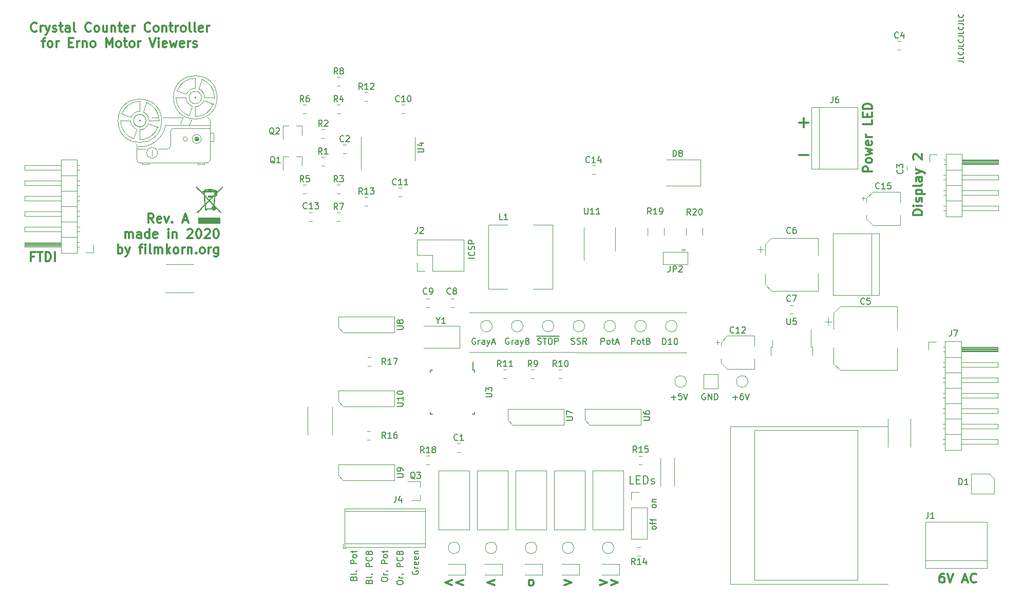
<source format=gbr>
G04 #@! TF.GenerationSoftware,KiCad,Pcbnew,(5.1.5-0-10_14)*
G04 #@! TF.CreationDate,2020-01-01T17:52:45+01:00*
G04 #@! TF.ProjectId,ErnoCCC,45726e6f-4343-4432-9e6b-696361645f70,rev?*
G04 #@! TF.SameCoordinates,Original*
G04 #@! TF.FileFunction,Legend,Top*
G04 #@! TF.FilePolarity,Positive*
%FSLAX46Y46*%
G04 Gerber Fmt 4.6, Leading zero omitted, Abs format (unit mm)*
G04 Created by KiCad (PCBNEW (5.1.5-0-10_14)) date 2020-01-01 17:52:45*
%MOMM*%
%LPD*%
G04 APERTURE LIST*
%ADD10C,0.150000*%
%ADD11C,0.300000*%
%ADD12C,0.050000*%
%ADD13C,0.120000*%
%ADD14C,0.200000*%
%ADD15C,0.010000*%
G04 APERTURE END LIST*
D10*
X137739380Y-66246190D02*
X136739380Y-66246190D01*
X137644142Y-65198571D02*
X137691761Y-65246190D01*
X137739380Y-65389047D01*
X137739380Y-65484285D01*
X137691761Y-65627142D01*
X137596523Y-65722380D01*
X137501285Y-65770000D01*
X137310809Y-65817619D01*
X137167952Y-65817619D01*
X136977476Y-65770000D01*
X136882238Y-65722380D01*
X136787000Y-65627142D01*
X136739380Y-65484285D01*
X136739380Y-65389047D01*
X136787000Y-65246190D01*
X136834619Y-65198571D01*
X137691761Y-64817619D02*
X137739380Y-64674761D01*
X137739380Y-64436666D01*
X137691761Y-64341428D01*
X137644142Y-64293809D01*
X137548904Y-64246190D01*
X137453666Y-64246190D01*
X137358428Y-64293809D01*
X137310809Y-64341428D01*
X137263190Y-64436666D01*
X137215571Y-64627142D01*
X137167952Y-64722380D01*
X137120333Y-64770000D01*
X137025095Y-64817619D01*
X136929857Y-64817619D01*
X136834619Y-64770000D01*
X136787000Y-64722380D01*
X136739380Y-64627142D01*
X136739380Y-64389047D01*
X136787000Y-64246190D01*
X137739380Y-63817619D02*
X136739380Y-63817619D01*
X136739380Y-63436666D01*
X136787000Y-63341428D01*
X136834619Y-63293809D01*
X136929857Y-63246190D01*
X137072714Y-63246190D01*
X137167952Y-63293809D01*
X137215571Y-63341428D01*
X137263190Y-63436666D01*
X137263190Y-63817619D01*
X168711714Y-80462380D02*
X168711714Y-79462380D01*
X168949809Y-79462380D01*
X169092666Y-79510000D01*
X169187904Y-79605238D01*
X169235523Y-79700476D01*
X169283142Y-79890952D01*
X169283142Y-80033809D01*
X169235523Y-80224285D01*
X169187904Y-80319523D01*
X169092666Y-80414761D01*
X168949809Y-80462380D01*
X168711714Y-80462380D01*
X170235523Y-80462380D02*
X169664095Y-80462380D01*
X169949809Y-80462380D02*
X169949809Y-79462380D01*
X169854571Y-79605238D01*
X169759333Y-79700476D01*
X169664095Y-79748095D01*
X170854571Y-79462380D02*
X170949809Y-79462380D01*
X171045047Y-79510000D01*
X171092666Y-79557619D01*
X171140285Y-79652857D01*
X171187904Y-79843333D01*
X171187904Y-80081428D01*
X171140285Y-80271904D01*
X171092666Y-80367142D01*
X171045047Y-80414761D01*
X170949809Y-80462380D01*
X170854571Y-80462380D01*
X170759333Y-80414761D01*
X170711714Y-80367142D01*
X170664095Y-80271904D01*
X170616476Y-80081428D01*
X170616476Y-79843333D01*
X170664095Y-79652857D01*
X170711714Y-79557619D01*
X170759333Y-79510000D01*
X170854571Y-79462380D01*
D11*
X191262095Y-49164857D02*
X192785904Y-49164857D01*
X191262095Y-43830857D02*
X192785904Y-43830857D01*
X192024000Y-44592761D02*
X192024000Y-43068952D01*
D10*
X217493904Y-33667238D02*
X218065333Y-33667238D01*
X218179619Y-33705333D01*
X218255809Y-33781523D01*
X218293904Y-33895809D01*
X218293904Y-33972000D01*
X218293904Y-32905333D02*
X218293904Y-33286285D01*
X217493904Y-33286285D01*
X218217714Y-32181523D02*
X218255809Y-32219619D01*
X218293904Y-32333904D01*
X218293904Y-32410095D01*
X218255809Y-32524380D01*
X218179619Y-32600571D01*
X218103428Y-32638666D01*
X217951047Y-32676761D01*
X217836761Y-32676761D01*
X217684380Y-32638666D01*
X217608190Y-32600571D01*
X217532000Y-32524380D01*
X217493904Y-32410095D01*
X217493904Y-32333904D01*
X217532000Y-32219619D01*
X217570095Y-32181523D01*
X217493904Y-31610095D02*
X218065333Y-31610095D01*
X218179619Y-31648190D01*
X218255809Y-31724380D01*
X218293904Y-31838666D01*
X218293904Y-31914857D01*
X218293904Y-30848190D02*
X218293904Y-31229142D01*
X217493904Y-31229142D01*
X218217714Y-30124380D02*
X218255809Y-30162476D01*
X218293904Y-30276761D01*
X218293904Y-30352952D01*
X218255809Y-30467238D01*
X218179619Y-30543428D01*
X218103428Y-30581523D01*
X217951047Y-30619619D01*
X217836761Y-30619619D01*
X217684380Y-30581523D01*
X217608190Y-30543428D01*
X217532000Y-30467238D01*
X217493904Y-30352952D01*
X217493904Y-30276761D01*
X217532000Y-30162476D01*
X217570095Y-30124380D01*
X217493904Y-29552952D02*
X218065333Y-29552952D01*
X218179619Y-29591047D01*
X218255809Y-29667238D01*
X218293904Y-29781523D01*
X218293904Y-29857714D01*
X218293904Y-28791047D02*
X218293904Y-29172000D01*
X217493904Y-29172000D01*
X218217714Y-28067238D02*
X218255809Y-28105333D01*
X218293904Y-28219619D01*
X218293904Y-28295809D01*
X218255809Y-28410095D01*
X218179619Y-28486285D01*
X218103428Y-28524380D01*
X217951047Y-28562476D01*
X217836761Y-28562476D01*
X217684380Y-28524380D01*
X217608190Y-28486285D01*
X217532000Y-28410095D01*
X217493904Y-28295809D01*
X217493904Y-28219619D01*
X217532000Y-28105333D01*
X217570095Y-28067238D01*
X217493904Y-27495809D02*
X218065333Y-27495809D01*
X218179619Y-27533904D01*
X218255809Y-27610095D01*
X218293904Y-27724380D01*
X218293904Y-27800571D01*
X218293904Y-26733904D02*
X218293904Y-27114857D01*
X217493904Y-27114857D01*
X218217714Y-26010095D02*
X218255809Y-26048190D01*
X218293904Y-26162476D01*
X218293904Y-26238666D01*
X218255809Y-26352952D01*
X218179619Y-26429142D01*
X218103428Y-26467238D01*
X217951047Y-26505333D01*
X217836761Y-26505333D01*
X217684380Y-26467238D01*
X217608190Y-26429142D01*
X217532000Y-26352952D01*
X217493904Y-26238666D01*
X217493904Y-26162476D01*
X217532000Y-26048190D01*
X217570095Y-26010095D01*
D12*
X179900000Y-94000000D02*
X179900000Y-120000000D01*
X205900000Y-94000000D02*
X179900000Y-94000000D01*
X205900000Y-120000000D02*
X179900000Y-120000000D01*
X183900000Y-119300000D02*
X183900000Y-94600000D01*
X200900000Y-94600000D02*
X200900000Y-119300000D01*
X200900000Y-119300000D02*
X183900000Y-119300000D01*
X200900000Y-94600000D02*
X183900000Y-94600000D01*
D13*
X172720000Y-75184000D02*
X136906000Y-75184000D01*
X89371590Y-44157046D02*
G75*
G02X89263000Y-43765000I653410J392046D01*
G01*
X91041000Y-43384000D02*
X90660000Y-44273000D01*
X89644000Y-43003000D02*
X89263000Y-43765000D01*
X91930000Y-46559000D02*
X91930000Y-46559000D01*
X92057000Y-46559000D02*
G75*
G03X92057000Y-46559000I-127000J0D01*
G01*
X92109605Y-46559000D02*
G75*
G03X92109605Y-46559000I-179605J0D01*
G01*
X92213981Y-46559000D02*
G75*
G03X92213981Y-46559000I-283981J0D01*
G01*
X84564000Y-48337000D02*
X84564000Y-49353000D01*
X83548000Y-48210000D02*
X82024000Y-48210000D01*
X87104000Y-48210000D02*
X85580000Y-48210000D01*
X85462026Y-48845000D02*
G75*
G03X85462026Y-48845000I-898026J0D01*
G01*
X82913000Y-50750000D02*
X82913000Y-50496000D01*
X84056000Y-50750000D02*
X82913000Y-50750000D01*
X84056000Y-50496000D02*
X84056000Y-50750000D01*
X92057000Y-50750000D02*
X92057000Y-50496000D01*
X93200000Y-50750000D02*
X92057000Y-50750000D01*
X93200000Y-50496000D02*
X93200000Y-50750000D01*
X87612000Y-45289000D02*
G75*
G02X88120000Y-44781000I508000J0D01*
G01*
X87612000Y-47702000D02*
G75*
G02X87104000Y-48210000I-508000J0D01*
G01*
X87612000Y-45289000D02*
X87612000Y-47702000D01*
X94089000Y-44781000D02*
X88120000Y-44781000D01*
X90384210Y-46559000D02*
G75*
G03X90384210Y-46559000I-359210J0D01*
G01*
X92670531Y-46559000D02*
G75*
G03X92670531Y-46559000I-740531J0D01*
G01*
X92289210Y-46559000D02*
G75*
G03X92289210Y-46559000I-359210J0D01*
G01*
X94724000Y-46940000D02*
X94089000Y-46940000D01*
X94724000Y-45543000D02*
X94724000Y-46940000D01*
X94089000Y-45543000D02*
X94724000Y-45543000D01*
X94089000Y-45543000D02*
X94597000Y-45543000D01*
X82024000Y-47575000D02*
X82024000Y-47448000D01*
X82532000Y-50496000D02*
G75*
G02X82024000Y-49988000I0J508000D01*
G01*
X93581000Y-43003000D02*
G75*
G02X94089000Y-43511000I0J-508000D01*
G01*
X94089000Y-49988000D02*
G75*
G02X93581000Y-50496000I-508000J0D01*
G01*
X85453000Y-43003000D02*
X84564000Y-43003000D01*
X86783395Y-44267071D02*
G75*
G02X82024000Y-47829000I-4251395J719969D01*
G01*
X94089000Y-44273000D02*
X86850000Y-44273000D01*
X83954419Y-44058084D02*
G75*
G02X82532000Y-45035000I-1422419J547084D01*
G01*
X79544682Y-42435566D02*
G75*
G02X82532000Y-40336000I2987318J-1075434D01*
G01*
X81456566Y-46498318D02*
G75*
G02X79357000Y-43511000I1075434J2987318D01*
G01*
X83607434Y-40523682D02*
X83079084Y-42088581D01*
X83079084Y-42088581D02*
G75*
G02X84056000Y-43511000I-547084J-1422419D01*
G01*
X81984916Y-44933419D02*
X81456566Y-46498318D01*
X82532000Y-40336000D02*
X82532000Y-41987000D01*
X79544682Y-42435566D02*
X81109581Y-42963916D01*
X81984916Y-44933419D02*
G75*
G02X81008000Y-43511000I547084J1422419D01*
G01*
X83607434Y-40523682D02*
G75*
G02X85707000Y-43511000I-1075434J-2987318D01*
G01*
X83555907Y-43511000D02*
G75*
G03X83555907Y-43511000I-1023907J0D01*
G01*
X82659000Y-43511000D02*
G75*
G03X82659000Y-43511000I-127000J0D01*
G01*
X79357000Y-43511000D02*
X81008000Y-43511000D01*
X85519318Y-44586434D02*
G75*
G02X82532000Y-46686000I-2987318J1075434D01*
G01*
X81109581Y-42963916D02*
G75*
G02X82532000Y-41987000I1422419J-547084D01*
G01*
X84056000Y-43511000D02*
X85707000Y-43511000D01*
X82532000Y-45035000D02*
X82532000Y-46686000D01*
X83954419Y-44058084D02*
X85519318Y-44586434D01*
X91803000Y-39701000D02*
G75*
G03X91803000Y-39701000I-127000J0D01*
G01*
X93098419Y-40248084D02*
X94663318Y-40776434D01*
X91676000Y-41225000D02*
X91676000Y-42876000D01*
X91128916Y-41123419D02*
X90600566Y-42688318D01*
X88501000Y-39701000D02*
X90152000Y-39701000D01*
X88688682Y-38625566D02*
X90253581Y-39153916D01*
X91676000Y-36526000D02*
X91676000Y-38177000D01*
X93200000Y-39701000D02*
X94851000Y-39701000D01*
X92751434Y-36713682D02*
X92223084Y-38278581D01*
X92223084Y-38278581D02*
G75*
G02X93200000Y-39701000I-547084J-1422419D01*
G01*
X93098419Y-40248084D02*
G75*
G02X91676000Y-41225000I-1422419J547084D01*
G01*
X91128916Y-41123419D02*
G75*
G02X90152000Y-39701000I547084J1422419D01*
G01*
X90253581Y-39153916D02*
G75*
G02X91676000Y-38177000I1422419J-547084D01*
G01*
X92751434Y-36713682D02*
G75*
G02X94851000Y-39701000I-1075434J-2987318D01*
G01*
X94663318Y-40776434D02*
G75*
G02X91676000Y-42876000I-2987318J1075434D01*
G01*
X90600566Y-42688318D02*
G75*
G02X88501000Y-39701000I1075434J2987318D01*
G01*
X88688682Y-38625566D02*
G75*
G02X91676000Y-36526000I2987318J-1075434D01*
G01*
X83555907Y-43547102D02*
G75*
G03X83555907Y-43547102I-1023907J0D01*
G01*
X92699907Y-39701000D02*
G75*
G03X92699907Y-39701000I-1023907J0D01*
G01*
X82024000Y-49988000D02*
X82024000Y-47829000D01*
X93581000Y-50496000D02*
X82532000Y-50496000D01*
X94089000Y-43511000D02*
X94089000Y-49988000D01*
X86342000Y-43003000D02*
X89644000Y-43003000D01*
X86124102Y-43547102D02*
G75*
G03X86124102Y-43547102I-3592102J0D01*
G01*
X95268102Y-39701000D02*
G75*
G03X95268102Y-39701000I-3592102J0D01*
G01*
D11*
X84800571Y-60368571D02*
X84300571Y-59654285D01*
X83943428Y-60368571D02*
X83943428Y-58868571D01*
X84514857Y-58868571D01*
X84657714Y-58940000D01*
X84729142Y-59011428D01*
X84800571Y-59154285D01*
X84800571Y-59368571D01*
X84729142Y-59511428D01*
X84657714Y-59582857D01*
X84514857Y-59654285D01*
X83943428Y-59654285D01*
X86014857Y-60297142D02*
X85872000Y-60368571D01*
X85586285Y-60368571D01*
X85443428Y-60297142D01*
X85372000Y-60154285D01*
X85372000Y-59582857D01*
X85443428Y-59440000D01*
X85586285Y-59368571D01*
X85872000Y-59368571D01*
X86014857Y-59440000D01*
X86086285Y-59582857D01*
X86086285Y-59725714D01*
X85372000Y-59868571D01*
X86586285Y-59368571D02*
X86943428Y-60368571D01*
X87300571Y-59368571D01*
X87872000Y-60225714D02*
X87943428Y-60297142D01*
X87872000Y-60368571D01*
X87800571Y-60297142D01*
X87872000Y-60225714D01*
X87872000Y-60368571D01*
X89657714Y-59940000D02*
X90372000Y-59940000D01*
X89514857Y-60368571D02*
X90014857Y-58868571D01*
X90514857Y-60368571D01*
D10*
X175750095Y-88604000D02*
X175654857Y-88556380D01*
X175512000Y-88556380D01*
X175369142Y-88604000D01*
X175273904Y-88699238D01*
X175226285Y-88794476D01*
X175178666Y-88984952D01*
X175178666Y-89127809D01*
X175226285Y-89318285D01*
X175273904Y-89413523D01*
X175369142Y-89508761D01*
X175512000Y-89556380D01*
X175607238Y-89556380D01*
X175750095Y-89508761D01*
X175797714Y-89461142D01*
X175797714Y-89127809D01*
X175607238Y-89127809D01*
X176226285Y-89556380D02*
X176226285Y-88556380D01*
X176797714Y-89556380D01*
X176797714Y-88556380D01*
X177273904Y-89556380D02*
X177273904Y-88556380D01*
X177512000Y-88556380D01*
X177654857Y-88604000D01*
X177750095Y-88699238D01*
X177797714Y-88794476D01*
X177845333Y-88984952D01*
X177845333Y-89127809D01*
X177797714Y-89318285D01*
X177750095Y-89413523D01*
X177654857Y-89508761D01*
X177512000Y-89556380D01*
X177273904Y-89556380D01*
X170146285Y-89175428D02*
X170908190Y-89175428D01*
X170527238Y-89556380D02*
X170527238Y-88794476D01*
X171860571Y-88556380D02*
X171384380Y-88556380D01*
X171336761Y-89032571D01*
X171384380Y-88984952D01*
X171479619Y-88937333D01*
X171717714Y-88937333D01*
X171812952Y-88984952D01*
X171860571Y-89032571D01*
X171908190Y-89127809D01*
X171908190Y-89365904D01*
X171860571Y-89461142D01*
X171812952Y-89508761D01*
X171717714Y-89556380D01*
X171479619Y-89556380D01*
X171384380Y-89508761D01*
X171336761Y-89461142D01*
X172193904Y-88556380D02*
X172527238Y-89556380D01*
X172860571Y-88556380D01*
X180306285Y-89175428D02*
X181068190Y-89175428D01*
X180687238Y-89556380D02*
X180687238Y-88794476D01*
X181972952Y-88556380D02*
X181782476Y-88556380D01*
X181687238Y-88604000D01*
X181639619Y-88651619D01*
X181544380Y-88794476D01*
X181496761Y-88984952D01*
X181496761Y-89365904D01*
X181544380Y-89461142D01*
X181592000Y-89508761D01*
X181687238Y-89556380D01*
X181877714Y-89556380D01*
X181972952Y-89508761D01*
X182020571Y-89461142D01*
X182068190Y-89365904D01*
X182068190Y-89127809D01*
X182020571Y-89032571D01*
X181972952Y-88984952D01*
X181877714Y-88937333D01*
X181687238Y-88937333D01*
X181592000Y-88984952D01*
X181544380Y-89032571D01*
X181496761Y-89127809D01*
X182353904Y-88556380D02*
X182687238Y-89556380D01*
X183020571Y-88556380D01*
D13*
X172720000Y-81788000D02*
X136906000Y-81738000D01*
D10*
X163582000Y-80412380D02*
X163582000Y-79412380D01*
X163962952Y-79412380D01*
X164058190Y-79460000D01*
X164105809Y-79507619D01*
X164153428Y-79602857D01*
X164153428Y-79745714D01*
X164105809Y-79840952D01*
X164058190Y-79888571D01*
X163962952Y-79936190D01*
X163582000Y-79936190D01*
X164724857Y-80412380D02*
X164629619Y-80364761D01*
X164582000Y-80317142D01*
X164534380Y-80221904D01*
X164534380Y-79936190D01*
X164582000Y-79840952D01*
X164629619Y-79793333D01*
X164724857Y-79745714D01*
X164867714Y-79745714D01*
X164962952Y-79793333D01*
X165010571Y-79840952D01*
X165058190Y-79936190D01*
X165058190Y-80221904D01*
X165010571Y-80317142D01*
X164962952Y-80364761D01*
X164867714Y-80412380D01*
X164724857Y-80412380D01*
X165343904Y-79745714D02*
X165724857Y-79745714D01*
X165486761Y-79412380D02*
X165486761Y-80269523D01*
X165534380Y-80364761D01*
X165629619Y-80412380D01*
X165724857Y-80412380D01*
X166391523Y-79888571D02*
X166534380Y-79936190D01*
X166582000Y-79983809D01*
X166629619Y-80079047D01*
X166629619Y-80221904D01*
X166582000Y-80317142D01*
X166534380Y-80364761D01*
X166439142Y-80412380D01*
X166058190Y-80412380D01*
X166058190Y-79412380D01*
X166391523Y-79412380D01*
X166486761Y-79460000D01*
X166534380Y-79507619D01*
X166582000Y-79602857D01*
X166582000Y-79698095D01*
X166534380Y-79793333D01*
X166486761Y-79840952D01*
X166391523Y-79888571D01*
X166058190Y-79888571D01*
X158573428Y-80412380D02*
X158573428Y-79412380D01*
X158954380Y-79412380D01*
X159049619Y-79460000D01*
X159097238Y-79507619D01*
X159144857Y-79602857D01*
X159144857Y-79745714D01*
X159097238Y-79840952D01*
X159049619Y-79888571D01*
X158954380Y-79936190D01*
X158573428Y-79936190D01*
X159716285Y-80412380D02*
X159621047Y-80364761D01*
X159573428Y-80317142D01*
X159525809Y-80221904D01*
X159525809Y-79936190D01*
X159573428Y-79840952D01*
X159621047Y-79793333D01*
X159716285Y-79745714D01*
X159859142Y-79745714D01*
X159954380Y-79793333D01*
X160002000Y-79840952D01*
X160049619Y-79936190D01*
X160049619Y-80221904D01*
X160002000Y-80317142D01*
X159954380Y-80364761D01*
X159859142Y-80412380D01*
X159716285Y-80412380D01*
X160335333Y-79745714D02*
X160716285Y-79745714D01*
X160478190Y-79412380D02*
X160478190Y-80269523D01*
X160525809Y-80364761D01*
X160621047Y-80412380D01*
X160716285Y-80412380D01*
X161002000Y-80126666D02*
X161478190Y-80126666D01*
X160906761Y-80412380D02*
X161240095Y-79412380D01*
X161573428Y-80412380D01*
X153660095Y-80364761D02*
X153802952Y-80412380D01*
X154041047Y-80412380D01*
X154136285Y-80364761D01*
X154183904Y-80317142D01*
X154231523Y-80221904D01*
X154231523Y-80126666D01*
X154183904Y-80031428D01*
X154136285Y-79983809D01*
X154041047Y-79936190D01*
X153850571Y-79888571D01*
X153755333Y-79840952D01*
X153707714Y-79793333D01*
X153660095Y-79698095D01*
X153660095Y-79602857D01*
X153707714Y-79507619D01*
X153755333Y-79460000D01*
X153850571Y-79412380D01*
X154088666Y-79412380D01*
X154231523Y-79460000D01*
X154612476Y-80364761D02*
X154755333Y-80412380D01*
X154993428Y-80412380D01*
X155088666Y-80364761D01*
X155136285Y-80317142D01*
X155183904Y-80221904D01*
X155183904Y-80126666D01*
X155136285Y-80031428D01*
X155088666Y-79983809D01*
X154993428Y-79936190D01*
X154802952Y-79888571D01*
X154707714Y-79840952D01*
X154660095Y-79793333D01*
X154612476Y-79698095D01*
X154612476Y-79602857D01*
X154660095Y-79507619D01*
X154707714Y-79460000D01*
X154802952Y-79412380D01*
X155041047Y-79412380D01*
X155183904Y-79460000D01*
X156183904Y-80412380D02*
X155850571Y-79936190D01*
X155612476Y-80412380D02*
X155612476Y-79412380D01*
X155993428Y-79412380D01*
X156088666Y-79460000D01*
X156136285Y-79507619D01*
X156183904Y-79602857D01*
X156183904Y-79745714D01*
X156136285Y-79840952D01*
X156088666Y-79888571D01*
X155993428Y-79936190D01*
X155612476Y-79936190D01*
X147961047Y-79045000D02*
X148913428Y-79045000D01*
X148151523Y-80364761D02*
X148294380Y-80412380D01*
X148532476Y-80412380D01*
X148627714Y-80364761D01*
X148675333Y-80317142D01*
X148722952Y-80221904D01*
X148722952Y-80126666D01*
X148675333Y-80031428D01*
X148627714Y-79983809D01*
X148532476Y-79936190D01*
X148342000Y-79888571D01*
X148246761Y-79840952D01*
X148199142Y-79793333D01*
X148151523Y-79698095D01*
X148151523Y-79602857D01*
X148199142Y-79507619D01*
X148246761Y-79460000D01*
X148342000Y-79412380D01*
X148580095Y-79412380D01*
X148722952Y-79460000D01*
X148913428Y-79045000D02*
X149675333Y-79045000D01*
X149008666Y-79412380D02*
X149580095Y-79412380D01*
X149294380Y-80412380D02*
X149294380Y-79412380D01*
X149675333Y-79045000D02*
X150722952Y-79045000D01*
X150103904Y-79412380D02*
X150294380Y-79412380D01*
X150389619Y-79460000D01*
X150484857Y-79555238D01*
X150532476Y-79745714D01*
X150532476Y-80079047D01*
X150484857Y-80269523D01*
X150389619Y-80364761D01*
X150294380Y-80412380D01*
X150103904Y-80412380D01*
X150008666Y-80364761D01*
X149913428Y-80269523D01*
X149865809Y-80079047D01*
X149865809Y-79745714D01*
X149913428Y-79555238D01*
X150008666Y-79460000D01*
X150103904Y-79412380D01*
X150722952Y-79045000D02*
X151722952Y-79045000D01*
X150961047Y-80412380D02*
X150961047Y-79412380D01*
X151342000Y-79412380D01*
X151437238Y-79460000D01*
X151484857Y-79507619D01*
X151532476Y-79602857D01*
X151532476Y-79745714D01*
X151484857Y-79840952D01*
X151437238Y-79888571D01*
X151342000Y-79936190D01*
X150961047Y-79936190D01*
X143381047Y-79460000D02*
X143285809Y-79412380D01*
X143142952Y-79412380D01*
X143000095Y-79460000D01*
X142904857Y-79555238D01*
X142857238Y-79650476D01*
X142809619Y-79840952D01*
X142809619Y-79983809D01*
X142857238Y-80174285D01*
X142904857Y-80269523D01*
X143000095Y-80364761D01*
X143142952Y-80412380D01*
X143238190Y-80412380D01*
X143381047Y-80364761D01*
X143428666Y-80317142D01*
X143428666Y-79983809D01*
X143238190Y-79983809D01*
X143857238Y-80412380D02*
X143857238Y-79745714D01*
X143857238Y-79936190D02*
X143904857Y-79840952D01*
X143952476Y-79793333D01*
X144047714Y-79745714D01*
X144142952Y-79745714D01*
X144904857Y-80412380D02*
X144904857Y-79888571D01*
X144857238Y-79793333D01*
X144762000Y-79745714D01*
X144571523Y-79745714D01*
X144476285Y-79793333D01*
X144904857Y-80364761D02*
X144809619Y-80412380D01*
X144571523Y-80412380D01*
X144476285Y-80364761D01*
X144428666Y-80269523D01*
X144428666Y-80174285D01*
X144476285Y-80079047D01*
X144571523Y-80031428D01*
X144809619Y-80031428D01*
X144904857Y-79983809D01*
X145285809Y-79745714D02*
X145523904Y-80412380D01*
X145762000Y-79745714D02*
X145523904Y-80412380D01*
X145428666Y-80650476D01*
X145381047Y-80698095D01*
X145285809Y-80745714D01*
X146476285Y-79888571D02*
X146619142Y-79936190D01*
X146666761Y-79983809D01*
X146714380Y-80079047D01*
X146714380Y-80221904D01*
X146666761Y-80317142D01*
X146619142Y-80364761D01*
X146523904Y-80412380D01*
X146142952Y-80412380D01*
X146142952Y-79412380D01*
X146476285Y-79412380D01*
X146571523Y-79460000D01*
X146619142Y-79507619D01*
X146666761Y-79602857D01*
X146666761Y-79698095D01*
X146619142Y-79793333D01*
X146571523Y-79840952D01*
X146476285Y-79888571D01*
X146142952Y-79888571D01*
X137864476Y-79460000D02*
X137769238Y-79412380D01*
X137626380Y-79412380D01*
X137483523Y-79460000D01*
X137388285Y-79555238D01*
X137340666Y-79650476D01*
X137293047Y-79840952D01*
X137293047Y-79983809D01*
X137340666Y-80174285D01*
X137388285Y-80269523D01*
X137483523Y-80364761D01*
X137626380Y-80412380D01*
X137721619Y-80412380D01*
X137864476Y-80364761D01*
X137912095Y-80317142D01*
X137912095Y-79983809D01*
X137721619Y-79983809D01*
X138340666Y-80412380D02*
X138340666Y-79745714D01*
X138340666Y-79936190D02*
X138388285Y-79840952D01*
X138435904Y-79793333D01*
X138531142Y-79745714D01*
X138626380Y-79745714D01*
X139388285Y-80412380D02*
X139388285Y-79888571D01*
X139340666Y-79793333D01*
X139245428Y-79745714D01*
X139054952Y-79745714D01*
X138959714Y-79793333D01*
X139388285Y-80364761D02*
X139293047Y-80412380D01*
X139054952Y-80412380D01*
X138959714Y-80364761D01*
X138912095Y-80269523D01*
X138912095Y-80174285D01*
X138959714Y-80079047D01*
X139054952Y-80031428D01*
X139293047Y-80031428D01*
X139388285Y-79983809D01*
X139769238Y-79745714D02*
X140007333Y-80412380D01*
X140245428Y-79745714D02*
X140007333Y-80412380D01*
X139912095Y-80650476D01*
X139864476Y-80698095D01*
X139769238Y-80745714D01*
X140578761Y-80126666D02*
X141054952Y-80126666D01*
X140483523Y-80412380D02*
X140816857Y-79412380D01*
X141150190Y-80412380D01*
D11*
X80102714Y-62903571D02*
X80102714Y-61903571D01*
X80102714Y-62046428D02*
X80174142Y-61975000D01*
X80317000Y-61903571D01*
X80531285Y-61903571D01*
X80674142Y-61975000D01*
X80745571Y-62117857D01*
X80745571Y-62903571D01*
X80745571Y-62117857D02*
X80817000Y-61975000D01*
X80959857Y-61903571D01*
X81174142Y-61903571D01*
X81317000Y-61975000D01*
X81388428Y-62117857D01*
X81388428Y-62903571D01*
X82745571Y-62903571D02*
X82745571Y-62117857D01*
X82674142Y-61975000D01*
X82531285Y-61903571D01*
X82245571Y-61903571D01*
X82102714Y-61975000D01*
X82745571Y-62832142D02*
X82602714Y-62903571D01*
X82245571Y-62903571D01*
X82102714Y-62832142D01*
X82031285Y-62689285D01*
X82031285Y-62546428D01*
X82102714Y-62403571D01*
X82245571Y-62332142D01*
X82602714Y-62332142D01*
X82745571Y-62260714D01*
X84102714Y-62903571D02*
X84102714Y-61403571D01*
X84102714Y-62832142D02*
X83959857Y-62903571D01*
X83674142Y-62903571D01*
X83531285Y-62832142D01*
X83459857Y-62760714D01*
X83388428Y-62617857D01*
X83388428Y-62189285D01*
X83459857Y-62046428D01*
X83531285Y-61975000D01*
X83674142Y-61903571D01*
X83959857Y-61903571D01*
X84102714Y-61975000D01*
X85388428Y-62832142D02*
X85245571Y-62903571D01*
X84959857Y-62903571D01*
X84817000Y-62832142D01*
X84745571Y-62689285D01*
X84745571Y-62117857D01*
X84817000Y-61975000D01*
X84959857Y-61903571D01*
X85245571Y-61903571D01*
X85388428Y-61975000D01*
X85459857Y-62117857D01*
X85459857Y-62260714D01*
X84745571Y-62403571D01*
X87245571Y-62903571D02*
X87245571Y-61903571D01*
X87245571Y-61403571D02*
X87174142Y-61475000D01*
X87245571Y-61546428D01*
X87317000Y-61475000D01*
X87245571Y-61403571D01*
X87245571Y-61546428D01*
X87959857Y-61903571D02*
X87959857Y-62903571D01*
X87959857Y-62046428D02*
X88031285Y-61975000D01*
X88174142Y-61903571D01*
X88388428Y-61903571D01*
X88531285Y-61975000D01*
X88602714Y-62117857D01*
X88602714Y-62903571D01*
X90388428Y-61546428D02*
X90459857Y-61475000D01*
X90602714Y-61403571D01*
X90959857Y-61403571D01*
X91102714Y-61475000D01*
X91174142Y-61546428D01*
X91245571Y-61689285D01*
X91245571Y-61832142D01*
X91174142Y-62046428D01*
X90317000Y-62903571D01*
X91245571Y-62903571D01*
X92174142Y-61403571D02*
X92317000Y-61403571D01*
X92459857Y-61475000D01*
X92531285Y-61546428D01*
X92602714Y-61689285D01*
X92674142Y-61975000D01*
X92674142Y-62332142D01*
X92602714Y-62617857D01*
X92531285Y-62760714D01*
X92459857Y-62832142D01*
X92317000Y-62903571D01*
X92174142Y-62903571D01*
X92031285Y-62832142D01*
X91959857Y-62760714D01*
X91888428Y-62617857D01*
X91817000Y-62332142D01*
X91817000Y-61975000D01*
X91888428Y-61689285D01*
X91959857Y-61546428D01*
X92031285Y-61475000D01*
X92174142Y-61403571D01*
X93245571Y-61546428D02*
X93317000Y-61475000D01*
X93459857Y-61403571D01*
X93817000Y-61403571D01*
X93959857Y-61475000D01*
X94031285Y-61546428D01*
X94102714Y-61689285D01*
X94102714Y-61832142D01*
X94031285Y-62046428D01*
X93174142Y-62903571D01*
X94102714Y-62903571D01*
X95031285Y-61403571D02*
X95174142Y-61403571D01*
X95317000Y-61475000D01*
X95388428Y-61546428D01*
X95459857Y-61689285D01*
X95531285Y-61975000D01*
X95531285Y-62332142D01*
X95459857Y-62617857D01*
X95388428Y-62760714D01*
X95317000Y-62832142D01*
X95174142Y-62903571D01*
X95031285Y-62903571D01*
X94888428Y-62832142D01*
X94817000Y-62760714D01*
X94745571Y-62617857D01*
X94674142Y-62332142D01*
X94674142Y-61975000D01*
X94745571Y-61689285D01*
X94817000Y-61546428D01*
X94888428Y-61475000D01*
X95031285Y-61403571D01*
X78959857Y-65453571D02*
X78959857Y-63953571D01*
X78959857Y-64525000D02*
X79102714Y-64453571D01*
X79388428Y-64453571D01*
X79531285Y-64525000D01*
X79602714Y-64596428D01*
X79674142Y-64739285D01*
X79674142Y-65167857D01*
X79602714Y-65310714D01*
X79531285Y-65382142D01*
X79388428Y-65453571D01*
X79102714Y-65453571D01*
X78959857Y-65382142D01*
X80174142Y-64453571D02*
X80531285Y-65453571D01*
X80888428Y-64453571D02*
X80531285Y-65453571D01*
X80388428Y-65810714D01*
X80317000Y-65882142D01*
X80174142Y-65953571D01*
X82388428Y-64453571D02*
X82959857Y-64453571D01*
X82602714Y-65453571D02*
X82602714Y-64167857D01*
X82674142Y-64025000D01*
X82817000Y-63953571D01*
X82959857Y-63953571D01*
X83459857Y-65453571D02*
X83459857Y-64453571D01*
X83459857Y-63953571D02*
X83388428Y-64025000D01*
X83459857Y-64096428D01*
X83531285Y-64025000D01*
X83459857Y-63953571D01*
X83459857Y-64096428D01*
X84388428Y-65453571D02*
X84245571Y-65382142D01*
X84174142Y-65239285D01*
X84174142Y-63953571D01*
X84959857Y-65453571D02*
X84959857Y-64453571D01*
X84959857Y-64596428D02*
X85031285Y-64525000D01*
X85174142Y-64453571D01*
X85388428Y-64453571D01*
X85531285Y-64525000D01*
X85602714Y-64667857D01*
X85602714Y-65453571D01*
X85602714Y-64667857D02*
X85674142Y-64525000D01*
X85817000Y-64453571D01*
X86031285Y-64453571D01*
X86174142Y-64525000D01*
X86245571Y-64667857D01*
X86245571Y-65453571D01*
X86959857Y-65453571D02*
X86959857Y-63953571D01*
X87102714Y-64882142D02*
X87531285Y-65453571D01*
X87531285Y-64453571D02*
X86959857Y-65025000D01*
X88388428Y-65453571D02*
X88245571Y-65382142D01*
X88174142Y-65310714D01*
X88102714Y-65167857D01*
X88102714Y-64739285D01*
X88174142Y-64596428D01*
X88245571Y-64525000D01*
X88388428Y-64453571D01*
X88602714Y-64453571D01*
X88745571Y-64525000D01*
X88817000Y-64596428D01*
X88888428Y-64739285D01*
X88888428Y-65167857D01*
X88817000Y-65310714D01*
X88745571Y-65382142D01*
X88602714Y-65453571D01*
X88388428Y-65453571D01*
X89531285Y-65453571D02*
X89531285Y-64453571D01*
X89531285Y-64739285D02*
X89602714Y-64596428D01*
X89674142Y-64525000D01*
X89817000Y-64453571D01*
X89959857Y-64453571D01*
X90459857Y-64453571D02*
X90459857Y-65453571D01*
X90459857Y-64596428D02*
X90531285Y-64525000D01*
X90674142Y-64453571D01*
X90888428Y-64453571D01*
X91031285Y-64525000D01*
X91102714Y-64667857D01*
X91102714Y-65453571D01*
X91817000Y-65310714D02*
X91888428Y-65382142D01*
X91817000Y-65453571D01*
X91745571Y-65382142D01*
X91817000Y-65310714D01*
X91817000Y-65453571D01*
X92745571Y-65453571D02*
X92602714Y-65382142D01*
X92531285Y-65310714D01*
X92459857Y-65167857D01*
X92459857Y-64739285D01*
X92531285Y-64596428D01*
X92602714Y-64525000D01*
X92745571Y-64453571D01*
X92959857Y-64453571D01*
X93102714Y-64525000D01*
X93174142Y-64596428D01*
X93245571Y-64739285D01*
X93245571Y-65167857D01*
X93174142Y-65310714D01*
X93102714Y-65382142D01*
X92959857Y-65453571D01*
X92745571Y-65453571D01*
X93888428Y-65453571D02*
X93888428Y-64453571D01*
X93888428Y-64739285D02*
X93959857Y-64596428D01*
X94031285Y-64525000D01*
X94174142Y-64453571D01*
X94317000Y-64453571D01*
X95459857Y-64453571D02*
X95459857Y-65667857D01*
X95388428Y-65810714D01*
X95317000Y-65882142D01*
X95174142Y-65953571D01*
X94959857Y-65953571D01*
X94817000Y-65882142D01*
X95459857Y-65382142D02*
X95317000Y-65453571D01*
X95031285Y-65453571D01*
X94888428Y-65382142D01*
X94817000Y-65310714D01*
X94745571Y-65167857D01*
X94745571Y-64739285D01*
X94817000Y-64596428D01*
X94888428Y-64525000D01*
X95031285Y-64453571D01*
X95317000Y-64453571D01*
X95459857Y-64525000D01*
X65533714Y-28724714D02*
X65462285Y-28796142D01*
X65247999Y-28867571D01*
X65105142Y-28867571D01*
X64890857Y-28796142D01*
X64747999Y-28653285D01*
X64676571Y-28510428D01*
X64605142Y-28224714D01*
X64605142Y-28010428D01*
X64676571Y-27724714D01*
X64747999Y-27581857D01*
X64890857Y-27439000D01*
X65105142Y-27367571D01*
X65247999Y-27367571D01*
X65462285Y-27439000D01*
X65533714Y-27510428D01*
X66176571Y-28867571D02*
X66176571Y-27867571D01*
X66176571Y-28153285D02*
X66247999Y-28010428D01*
X66319428Y-27939000D01*
X66462285Y-27867571D01*
X66605142Y-27867571D01*
X66962285Y-27867571D02*
X67319428Y-28867571D01*
X67676571Y-27867571D02*
X67319428Y-28867571D01*
X67176571Y-29224714D01*
X67105142Y-29296142D01*
X66962285Y-29367571D01*
X68176571Y-28796142D02*
X68319428Y-28867571D01*
X68605142Y-28867571D01*
X68748000Y-28796142D01*
X68819428Y-28653285D01*
X68819428Y-28581857D01*
X68748000Y-28439000D01*
X68605142Y-28367571D01*
X68390857Y-28367571D01*
X68248000Y-28296142D01*
X68176571Y-28153285D01*
X68176571Y-28081857D01*
X68248000Y-27939000D01*
X68390857Y-27867571D01*
X68605142Y-27867571D01*
X68748000Y-27939000D01*
X69248000Y-27867571D02*
X69819428Y-27867571D01*
X69462285Y-27367571D02*
X69462285Y-28653285D01*
X69533714Y-28796142D01*
X69676571Y-28867571D01*
X69819428Y-28867571D01*
X70962285Y-28867571D02*
X70962285Y-28081857D01*
X70890857Y-27939000D01*
X70748000Y-27867571D01*
X70462285Y-27867571D01*
X70319428Y-27939000D01*
X70962285Y-28796142D02*
X70819428Y-28867571D01*
X70462285Y-28867571D01*
X70319428Y-28796142D01*
X70248000Y-28653285D01*
X70248000Y-28510428D01*
X70319428Y-28367571D01*
X70462285Y-28296142D01*
X70819428Y-28296142D01*
X70962285Y-28224714D01*
X71890857Y-28867571D02*
X71748000Y-28796142D01*
X71676571Y-28653285D01*
X71676571Y-27367571D01*
X74462285Y-28724714D02*
X74390857Y-28796142D01*
X74176571Y-28867571D01*
X74033714Y-28867571D01*
X73819428Y-28796142D01*
X73676571Y-28653285D01*
X73605142Y-28510428D01*
X73533714Y-28224714D01*
X73533714Y-28010428D01*
X73605142Y-27724714D01*
X73676571Y-27581857D01*
X73819428Y-27439000D01*
X74033714Y-27367571D01*
X74176571Y-27367571D01*
X74390857Y-27439000D01*
X74462285Y-27510428D01*
X75319428Y-28867571D02*
X75176571Y-28796142D01*
X75105142Y-28724714D01*
X75033714Y-28581857D01*
X75033714Y-28153285D01*
X75105142Y-28010428D01*
X75176571Y-27939000D01*
X75319428Y-27867571D01*
X75533714Y-27867571D01*
X75676571Y-27939000D01*
X75748000Y-28010428D01*
X75819428Y-28153285D01*
X75819428Y-28581857D01*
X75748000Y-28724714D01*
X75676571Y-28796142D01*
X75533714Y-28867571D01*
X75319428Y-28867571D01*
X77105142Y-27867571D02*
X77105142Y-28867571D01*
X76462285Y-27867571D02*
X76462285Y-28653285D01*
X76533714Y-28796142D01*
X76676571Y-28867571D01*
X76890857Y-28867571D01*
X77033714Y-28796142D01*
X77105142Y-28724714D01*
X77819428Y-27867571D02*
X77819428Y-28867571D01*
X77819428Y-28010428D02*
X77890857Y-27939000D01*
X78033714Y-27867571D01*
X78248000Y-27867571D01*
X78390857Y-27939000D01*
X78462285Y-28081857D01*
X78462285Y-28867571D01*
X78962285Y-27867571D02*
X79533714Y-27867571D01*
X79176571Y-27367571D02*
X79176571Y-28653285D01*
X79248000Y-28796142D01*
X79390857Y-28867571D01*
X79533714Y-28867571D01*
X80605142Y-28796142D02*
X80462285Y-28867571D01*
X80176571Y-28867571D01*
X80033714Y-28796142D01*
X79962285Y-28653285D01*
X79962285Y-28081857D01*
X80033714Y-27939000D01*
X80176571Y-27867571D01*
X80462285Y-27867571D01*
X80605142Y-27939000D01*
X80676571Y-28081857D01*
X80676571Y-28224714D01*
X79962285Y-28367571D01*
X81319428Y-28867571D02*
X81319428Y-27867571D01*
X81319428Y-28153285D02*
X81390857Y-28010428D01*
X81462285Y-27939000D01*
X81605142Y-27867571D01*
X81748000Y-27867571D01*
X84247999Y-28724714D02*
X84176571Y-28796142D01*
X83962285Y-28867571D01*
X83819428Y-28867571D01*
X83605142Y-28796142D01*
X83462285Y-28653285D01*
X83390857Y-28510428D01*
X83319428Y-28224714D01*
X83319428Y-28010428D01*
X83390857Y-27724714D01*
X83462285Y-27581857D01*
X83605142Y-27439000D01*
X83819428Y-27367571D01*
X83962285Y-27367571D01*
X84176571Y-27439000D01*
X84247999Y-27510428D01*
X85105142Y-28867571D02*
X84962285Y-28796142D01*
X84890857Y-28724714D01*
X84819428Y-28581857D01*
X84819428Y-28153285D01*
X84890857Y-28010428D01*
X84962285Y-27939000D01*
X85105142Y-27867571D01*
X85319428Y-27867571D01*
X85462285Y-27939000D01*
X85533714Y-28010428D01*
X85605142Y-28153285D01*
X85605142Y-28581857D01*
X85533714Y-28724714D01*
X85462285Y-28796142D01*
X85319428Y-28867571D01*
X85105142Y-28867571D01*
X86248000Y-27867571D02*
X86248000Y-28867571D01*
X86248000Y-28010428D02*
X86319428Y-27939000D01*
X86462285Y-27867571D01*
X86676571Y-27867571D01*
X86819428Y-27939000D01*
X86890857Y-28081857D01*
X86890857Y-28867571D01*
X87390857Y-27867571D02*
X87962285Y-27867571D01*
X87605142Y-27367571D02*
X87605142Y-28653285D01*
X87676571Y-28796142D01*
X87819428Y-28867571D01*
X87962285Y-28867571D01*
X88462285Y-28867571D02*
X88462285Y-27867571D01*
X88462285Y-28153285D02*
X88533714Y-28010428D01*
X88605142Y-27939000D01*
X88748000Y-27867571D01*
X88890857Y-27867571D01*
X89605142Y-28867571D02*
X89462285Y-28796142D01*
X89390857Y-28724714D01*
X89319428Y-28581857D01*
X89319428Y-28153285D01*
X89390857Y-28010428D01*
X89462285Y-27939000D01*
X89605142Y-27867571D01*
X89819428Y-27867571D01*
X89962285Y-27939000D01*
X90033714Y-28010428D01*
X90105142Y-28153285D01*
X90105142Y-28581857D01*
X90033714Y-28724714D01*
X89962285Y-28796142D01*
X89819428Y-28867571D01*
X89605142Y-28867571D01*
X90962285Y-28867571D02*
X90819428Y-28796142D01*
X90748000Y-28653285D01*
X90748000Y-27367571D01*
X91748000Y-28867571D02*
X91605142Y-28796142D01*
X91533714Y-28653285D01*
X91533714Y-27367571D01*
X92890857Y-28796142D02*
X92748000Y-28867571D01*
X92462285Y-28867571D01*
X92319428Y-28796142D01*
X92248000Y-28653285D01*
X92248000Y-28081857D01*
X92319428Y-27939000D01*
X92462285Y-27867571D01*
X92748000Y-27867571D01*
X92890857Y-27939000D01*
X92962285Y-28081857D01*
X92962285Y-28224714D01*
X92248000Y-28367571D01*
X93605142Y-28867571D02*
X93605142Y-27867571D01*
X93605142Y-28153285D02*
X93676571Y-28010428D01*
X93748000Y-27939000D01*
X93890857Y-27867571D01*
X94033714Y-27867571D01*
X66355142Y-30417571D02*
X66926571Y-30417571D01*
X66569428Y-31417571D02*
X66569428Y-30131857D01*
X66640857Y-29989000D01*
X66783714Y-29917571D01*
X66926571Y-29917571D01*
X67640857Y-31417571D02*
X67498000Y-31346142D01*
X67426571Y-31274714D01*
X67355142Y-31131857D01*
X67355142Y-30703285D01*
X67426571Y-30560428D01*
X67498000Y-30489000D01*
X67640857Y-30417571D01*
X67855142Y-30417571D01*
X67998000Y-30489000D01*
X68069428Y-30560428D01*
X68140857Y-30703285D01*
X68140857Y-31131857D01*
X68069428Y-31274714D01*
X67998000Y-31346142D01*
X67855142Y-31417571D01*
X67640857Y-31417571D01*
X68783714Y-31417571D02*
X68783714Y-30417571D01*
X68783714Y-30703285D02*
X68855142Y-30560428D01*
X68926571Y-30489000D01*
X69069428Y-30417571D01*
X69212285Y-30417571D01*
X70855142Y-30631857D02*
X71355142Y-30631857D01*
X71569428Y-31417571D02*
X70855142Y-31417571D01*
X70855142Y-29917571D01*
X71569428Y-29917571D01*
X72212285Y-31417571D02*
X72212285Y-30417571D01*
X72212285Y-30703285D02*
X72283714Y-30560428D01*
X72355142Y-30489000D01*
X72498000Y-30417571D01*
X72640857Y-30417571D01*
X73140857Y-30417571D02*
X73140857Y-31417571D01*
X73140857Y-30560428D02*
X73212285Y-30489000D01*
X73355142Y-30417571D01*
X73569428Y-30417571D01*
X73712285Y-30489000D01*
X73783714Y-30631857D01*
X73783714Y-31417571D01*
X74712285Y-31417571D02*
X74569428Y-31346142D01*
X74498000Y-31274714D01*
X74426571Y-31131857D01*
X74426571Y-30703285D01*
X74498000Y-30560428D01*
X74569428Y-30489000D01*
X74712285Y-30417571D01*
X74926571Y-30417571D01*
X75069428Y-30489000D01*
X75140857Y-30560428D01*
X75212285Y-30703285D01*
X75212285Y-31131857D01*
X75140857Y-31274714D01*
X75069428Y-31346142D01*
X74926571Y-31417571D01*
X74712285Y-31417571D01*
X76998000Y-31417571D02*
X76998000Y-29917571D01*
X77498000Y-30989000D01*
X77998000Y-29917571D01*
X77998000Y-31417571D01*
X78926571Y-31417571D02*
X78783714Y-31346142D01*
X78712285Y-31274714D01*
X78640857Y-31131857D01*
X78640857Y-30703285D01*
X78712285Y-30560428D01*
X78783714Y-30489000D01*
X78926571Y-30417571D01*
X79140857Y-30417571D01*
X79283714Y-30489000D01*
X79355142Y-30560428D01*
X79426571Y-30703285D01*
X79426571Y-31131857D01*
X79355142Y-31274714D01*
X79283714Y-31346142D01*
X79140857Y-31417571D01*
X78926571Y-31417571D01*
X79855142Y-30417571D02*
X80426571Y-30417571D01*
X80069428Y-29917571D02*
X80069428Y-31203285D01*
X80140857Y-31346142D01*
X80283714Y-31417571D01*
X80426571Y-31417571D01*
X81140857Y-31417571D02*
X80998000Y-31346142D01*
X80926571Y-31274714D01*
X80855142Y-31131857D01*
X80855142Y-30703285D01*
X80926571Y-30560428D01*
X80998000Y-30489000D01*
X81140857Y-30417571D01*
X81355142Y-30417571D01*
X81498000Y-30489000D01*
X81569428Y-30560428D01*
X81640857Y-30703285D01*
X81640857Y-31131857D01*
X81569428Y-31274714D01*
X81498000Y-31346142D01*
X81355142Y-31417571D01*
X81140857Y-31417571D01*
X82283714Y-31417571D02*
X82283714Y-30417571D01*
X82283714Y-30703285D02*
X82355142Y-30560428D01*
X82426571Y-30489000D01*
X82569428Y-30417571D01*
X82712285Y-30417571D01*
X84140857Y-29917571D02*
X84640857Y-31417571D01*
X85140857Y-29917571D01*
X85640857Y-31417571D02*
X85640857Y-30417571D01*
X85640857Y-29917571D02*
X85569428Y-29989000D01*
X85640857Y-30060428D01*
X85712285Y-29989000D01*
X85640857Y-29917571D01*
X85640857Y-30060428D01*
X86926571Y-31346142D02*
X86783714Y-31417571D01*
X86498000Y-31417571D01*
X86355142Y-31346142D01*
X86283714Y-31203285D01*
X86283714Y-30631857D01*
X86355142Y-30489000D01*
X86498000Y-30417571D01*
X86783714Y-30417571D01*
X86926571Y-30489000D01*
X86998000Y-30631857D01*
X86998000Y-30774714D01*
X86283714Y-30917571D01*
X87498000Y-30417571D02*
X87783714Y-31417571D01*
X88069428Y-30703285D01*
X88355142Y-31417571D01*
X88640857Y-30417571D01*
X89783714Y-31346142D02*
X89640857Y-31417571D01*
X89355142Y-31417571D01*
X89212285Y-31346142D01*
X89140857Y-31203285D01*
X89140857Y-30631857D01*
X89212285Y-30489000D01*
X89355142Y-30417571D01*
X89640857Y-30417571D01*
X89783714Y-30489000D01*
X89855142Y-30631857D01*
X89855142Y-30774714D01*
X89140857Y-30917571D01*
X90498000Y-31417571D02*
X90498000Y-30417571D01*
X90498000Y-30703285D02*
X90569428Y-30560428D01*
X90640857Y-30489000D01*
X90783714Y-30417571D01*
X90926571Y-30417571D01*
X91355142Y-31346142D02*
X91498000Y-31417571D01*
X91783714Y-31417571D01*
X91926571Y-31346142D01*
X91998000Y-31203285D01*
X91998000Y-31131857D01*
X91926571Y-30989000D01*
X91783714Y-30917571D01*
X91569428Y-30917571D01*
X91426571Y-30846142D01*
X91355142Y-30703285D01*
X91355142Y-30631857D01*
X91426571Y-30489000D01*
X91569428Y-30417571D01*
X91783714Y-30417571D01*
X91926571Y-30489000D01*
X65083714Y-65932857D02*
X64583714Y-65932857D01*
X64583714Y-66718571D02*
X64583714Y-65218571D01*
X65298000Y-65218571D01*
X65655142Y-65218571D02*
X66512285Y-65218571D01*
X66083714Y-66718571D02*
X66083714Y-65218571D01*
X67012285Y-66718571D02*
X67012285Y-65218571D01*
X67369428Y-65218571D01*
X67583714Y-65290000D01*
X67726571Y-65432857D01*
X67798000Y-65575714D01*
X67869428Y-65861428D01*
X67869428Y-66075714D01*
X67798000Y-66361428D01*
X67726571Y-66504285D01*
X67583714Y-66647142D01*
X67369428Y-66718571D01*
X67012285Y-66718571D01*
X68512285Y-66718571D02*
X68512285Y-65218571D01*
D10*
X127498000Y-117823690D02*
X127450380Y-117918928D01*
X127450380Y-118061785D01*
X127498000Y-118204642D01*
X127593238Y-118299880D01*
X127688476Y-118347500D01*
X127878952Y-118395119D01*
X128021809Y-118395119D01*
X128212285Y-118347500D01*
X128307523Y-118299880D01*
X128402761Y-118204642D01*
X128450380Y-118061785D01*
X128450380Y-117966547D01*
X128402761Y-117823690D01*
X128355142Y-117776071D01*
X128021809Y-117776071D01*
X128021809Y-117966547D01*
X128450380Y-117347500D02*
X127783714Y-117347500D01*
X127974190Y-117347500D02*
X127878952Y-117299880D01*
X127831333Y-117252261D01*
X127783714Y-117157023D01*
X127783714Y-117061785D01*
X128402761Y-116347500D02*
X128450380Y-116442738D01*
X128450380Y-116633214D01*
X128402761Y-116728452D01*
X128307523Y-116776071D01*
X127926571Y-116776071D01*
X127831333Y-116728452D01*
X127783714Y-116633214D01*
X127783714Y-116442738D01*
X127831333Y-116347500D01*
X127926571Y-116299880D01*
X128021809Y-116299880D01*
X128117047Y-116776071D01*
X128402761Y-115490357D02*
X128450380Y-115585595D01*
X128450380Y-115776071D01*
X128402761Y-115871309D01*
X128307523Y-115918928D01*
X127926571Y-115918928D01*
X127831333Y-115871309D01*
X127783714Y-115776071D01*
X127783714Y-115585595D01*
X127831333Y-115490357D01*
X127926571Y-115442738D01*
X128021809Y-115442738D01*
X128117047Y-115918928D01*
X127783714Y-115014166D02*
X128450380Y-115014166D01*
X127878952Y-115014166D02*
X127831333Y-114966547D01*
X127783714Y-114871309D01*
X127783714Y-114728452D01*
X127831333Y-114633214D01*
X127926571Y-114585595D01*
X128450380Y-114585595D01*
X124910380Y-119823690D02*
X124910380Y-119633214D01*
X124958000Y-119537976D01*
X125053238Y-119442738D01*
X125243714Y-119395119D01*
X125577047Y-119395119D01*
X125767523Y-119442738D01*
X125862761Y-119537976D01*
X125910380Y-119633214D01*
X125910380Y-119823690D01*
X125862761Y-119918928D01*
X125767523Y-120014166D01*
X125577047Y-120061785D01*
X125243714Y-120061785D01*
X125053238Y-120014166D01*
X124958000Y-119918928D01*
X124910380Y-119823690D01*
X125910380Y-118966547D02*
X125243714Y-118966547D01*
X125434190Y-118966547D02*
X125338952Y-118918928D01*
X125291333Y-118871309D01*
X125243714Y-118776071D01*
X125243714Y-118680833D01*
X125815142Y-118347500D02*
X125862761Y-118299880D01*
X125910380Y-118347500D01*
X125862761Y-118395119D01*
X125815142Y-118347500D01*
X125910380Y-118347500D01*
X125910380Y-117109404D02*
X124910380Y-117109404D01*
X124910380Y-116728452D01*
X124958000Y-116633214D01*
X125005619Y-116585595D01*
X125100857Y-116537976D01*
X125243714Y-116537976D01*
X125338952Y-116585595D01*
X125386571Y-116633214D01*
X125434190Y-116728452D01*
X125434190Y-117109404D01*
X125815142Y-115537976D02*
X125862761Y-115585595D01*
X125910380Y-115728452D01*
X125910380Y-115823690D01*
X125862761Y-115966547D01*
X125767523Y-116061785D01*
X125672285Y-116109404D01*
X125481809Y-116157023D01*
X125338952Y-116157023D01*
X125148476Y-116109404D01*
X125053238Y-116061785D01*
X124958000Y-115966547D01*
X124910380Y-115823690D01*
X124910380Y-115728452D01*
X124958000Y-115585595D01*
X125005619Y-115537976D01*
X125386571Y-114776071D02*
X125434190Y-114633214D01*
X125481809Y-114585595D01*
X125577047Y-114537976D01*
X125719904Y-114537976D01*
X125815142Y-114585595D01*
X125862761Y-114633214D01*
X125910380Y-114728452D01*
X125910380Y-115109404D01*
X124910380Y-115109404D01*
X124910380Y-114776071D01*
X124958000Y-114680833D01*
X125005619Y-114633214D01*
X125100857Y-114585595D01*
X125196095Y-114585595D01*
X125291333Y-114633214D01*
X125338952Y-114680833D01*
X125386571Y-114776071D01*
X125386571Y-115109404D01*
X117766571Y-119014166D02*
X117814190Y-118871309D01*
X117861809Y-118823690D01*
X117957047Y-118776071D01*
X118099904Y-118776071D01*
X118195142Y-118823690D01*
X118242761Y-118871309D01*
X118290380Y-118966547D01*
X118290380Y-119347500D01*
X117290380Y-119347500D01*
X117290380Y-119014166D01*
X117338000Y-118918928D01*
X117385619Y-118871309D01*
X117480857Y-118823690D01*
X117576095Y-118823690D01*
X117671333Y-118871309D01*
X117718952Y-118918928D01*
X117766571Y-119014166D01*
X117766571Y-119347500D01*
X118290380Y-118204642D02*
X118242761Y-118299880D01*
X118147523Y-118347500D01*
X117290380Y-118347500D01*
X118195142Y-117823690D02*
X118242761Y-117776071D01*
X118290380Y-117823690D01*
X118242761Y-117871309D01*
X118195142Y-117823690D01*
X118290380Y-117823690D01*
X118290380Y-116585595D02*
X117290380Y-116585595D01*
X117290380Y-116204642D01*
X117338000Y-116109404D01*
X117385619Y-116061785D01*
X117480857Y-116014166D01*
X117623714Y-116014166D01*
X117718952Y-116061785D01*
X117766571Y-116109404D01*
X117814190Y-116204642D01*
X117814190Y-116585595D01*
X118290380Y-115442738D02*
X118242761Y-115537976D01*
X118195142Y-115585595D01*
X118099904Y-115633214D01*
X117814190Y-115633214D01*
X117718952Y-115585595D01*
X117671333Y-115537976D01*
X117623714Y-115442738D01*
X117623714Y-115299880D01*
X117671333Y-115204642D01*
X117718952Y-115157023D01*
X117814190Y-115109404D01*
X118099904Y-115109404D01*
X118195142Y-115157023D01*
X118242761Y-115204642D01*
X118290380Y-115299880D01*
X118290380Y-115442738D01*
X117623714Y-114823690D02*
X117623714Y-114442738D01*
X117290380Y-114680833D02*
X118147523Y-114680833D01*
X118242761Y-114633214D01*
X118290380Y-114537976D01*
X118290380Y-114442738D01*
X120306571Y-119537976D02*
X120354190Y-119395119D01*
X120401809Y-119347500D01*
X120497047Y-119299880D01*
X120639904Y-119299880D01*
X120735142Y-119347500D01*
X120782761Y-119395119D01*
X120830380Y-119490357D01*
X120830380Y-119871309D01*
X119830380Y-119871309D01*
X119830380Y-119537976D01*
X119878000Y-119442738D01*
X119925619Y-119395119D01*
X120020857Y-119347500D01*
X120116095Y-119347500D01*
X120211333Y-119395119D01*
X120258952Y-119442738D01*
X120306571Y-119537976D01*
X120306571Y-119871309D01*
X120830380Y-118728452D02*
X120782761Y-118823690D01*
X120687523Y-118871309D01*
X119830380Y-118871309D01*
X120735142Y-118347500D02*
X120782761Y-118299880D01*
X120830380Y-118347500D01*
X120782761Y-118395119D01*
X120735142Y-118347500D01*
X120830380Y-118347500D01*
X120830380Y-117109404D02*
X119830380Y-117109404D01*
X119830380Y-116728452D01*
X119878000Y-116633214D01*
X119925619Y-116585595D01*
X120020857Y-116537976D01*
X120163714Y-116537976D01*
X120258952Y-116585595D01*
X120306571Y-116633214D01*
X120354190Y-116728452D01*
X120354190Y-117109404D01*
X120735142Y-115537976D02*
X120782761Y-115585595D01*
X120830380Y-115728452D01*
X120830380Y-115823690D01*
X120782761Y-115966547D01*
X120687523Y-116061785D01*
X120592285Y-116109404D01*
X120401809Y-116157023D01*
X120258952Y-116157023D01*
X120068476Y-116109404D01*
X119973238Y-116061785D01*
X119878000Y-115966547D01*
X119830380Y-115823690D01*
X119830380Y-115728452D01*
X119878000Y-115585595D01*
X119925619Y-115537976D01*
X120306571Y-114776071D02*
X120354190Y-114633214D01*
X120401809Y-114585595D01*
X120497047Y-114537976D01*
X120639904Y-114537976D01*
X120735142Y-114585595D01*
X120782761Y-114633214D01*
X120830380Y-114728452D01*
X120830380Y-115109404D01*
X119830380Y-115109404D01*
X119830380Y-114776071D01*
X119878000Y-114680833D01*
X119925619Y-114633214D01*
X120020857Y-114585595D01*
X120116095Y-114585595D01*
X120211333Y-114633214D01*
X120258952Y-114680833D01*
X120306571Y-114776071D01*
X120306571Y-115109404D01*
X122370380Y-119299880D02*
X122370380Y-119109404D01*
X122418000Y-119014166D01*
X122513238Y-118918928D01*
X122703714Y-118871309D01*
X123037047Y-118871309D01*
X123227523Y-118918928D01*
X123322761Y-119014166D01*
X123370380Y-119109404D01*
X123370380Y-119299880D01*
X123322761Y-119395119D01*
X123227523Y-119490357D01*
X123037047Y-119537976D01*
X122703714Y-119537976D01*
X122513238Y-119490357D01*
X122418000Y-119395119D01*
X122370380Y-119299880D01*
X123370380Y-118442738D02*
X122703714Y-118442738D01*
X122894190Y-118442738D02*
X122798952Y-118395119D01*
X122751333Y-118347500D01*
X122703714Y-118252261D01*
X122703714Y-118157023D01*
X123275142Y-117823690D02*
X123322761Y-117776071D01*
X123370380Y-117823690D01*
X123322761Y-117871309D01*
X123275142Y-117823690D01*
X123370380Y-117823690D01*
X123370380Y-116585595D02*
X122370380Y-116585595D01*
X122370380Y-116204642D01*
X122418000Y-116109404D01*
X122465619Y-116061785D01*
X122560857Y-116014166D01*
X122703714Y-116014166D01*
X122798952Y-116061785D01*
X122846571Y-116109404D01*
X122894190Y-116204642D01*
X122894190Y-116585595D01*
X123370380Y-115442738D02*
X123322761Y-115537976D01*
X123275142Y-115585595D01*
X123179904Y-115633214D01*
X122894190Y-115633214D01*
X122798952Y-115585595D01*
X122751333Y-115537976D01*
X122703714Y-115442738D01*
X122703714Y-115299880D01*
X122751333Y-115204642D01*
X122798952Y-115157023D01*
X122894190Y-115109404D01*
X123179904Y-115109404D01*
X123275142Y-115157023D01*
X123322761Y-115204642D01*
X123370380Y-115299880D01*
X123370380Y-115442738D01*
X122703714Y-114823690D02*
X122703714Y-114442738D01*
X122370380Y-114680833D02*
X123227523Y-114680833D01*
X123322761Y-114633214D01*
X123370380Y-114537976D01*
X123370380Y-114442738D01*
D11*
X215084571Y-118254571D02*
X214798857Y-118254571D01*
X214656000Y-118326000D01*
X214584571Y-118397428D01*
X214441714Y-118611714D01*
X214370285Y-118897428D01*
X214370285Y-119468857D01*
X214441714Y-119611714D01*
X214513142Y-119683142D01*
X214656000Y-119754571D01*
X214941714Y-119754571D01*
X215084571Y-119683142D01*
X215156000Y-119611714D01*
X215227428Y-119468857D01*
X215227428Y-119111714D01*
X215156000Y-118968857D01*
X215084571Y-118897428D01*
X214941714Y-118826000D01*
X214656000Y-118826000D01*
X214513142Y-118897428D01*
X214441714Y-118968857D01*
X214370285Y-119111714D01*
X215656000Y-118254571D02*
X216156000Y-119754571D01*
X216656000Y-118254571D01*
X218227428Y-119326000D02*
X218941714Y-119326000D01*
X218084571Y-119754571D02*
X218584571Y-118254571D01*
X219084571Y-119754571D01*
X220441714Y-119611714D02*
X220370285Y-119683142D01*
X220156000Y-119754571D01*
X220013142Y-119754571D01*
X219798857Y-119683142D01*
X219656000Y-119540285D01*
X219584571Y-119397428D01*
X219513142Y-119111714D01*
X219513142Y-118897428D01*
X219584571Y-118611714D01*
X219656000Y-118468857D01*
X219798857Y-118326000D01*
X220013142Y-118254571D01*
X220156000Y-118254571D01*
X220370285Y-118326000D01*
X220441714Y-118397428D01*
X203243571Y-51926428D02*
X201743571Y-51926428D01*
X201743571Y-51355000D01*
X201815000Y-51212142D01*
X201886428Y-51140714D01*
X202029285Y-51069285D01*
X202243571Y-51069285D01*
X202386428Y-51140714D01*
X202457857Y-51212142D01*
X202529285Y-51355000D01*
X202529285Y-51926428D01*
X203243571Y-50212142D02*
X203172142Y-50355000D01*
X203100714Y-50426428D01*
X202957857Y-50497857D01*
X202529285Y-50497857D01*
X202386428Y-50426428D01*
X202315000Y-50355000D01*
X202243571Y-50212142D01*
X202243571Y-49997857D01*
X202315000Y-49855000D01*
X202386428Y-49783571D01*
X202529285Y-49712142D01*
X202957857Y-49712142D01*
X203100714Y-49783571D01*
X203172142Y-49855000D01*
X203243571Y-49997857D01*
X203243571Y-50212142D01*
X202243571Y-49212142D02*
X203243571Y-48926428D01*
X202529285Y-48640714D01*
X203243571Y-48355000D01*
X202243571Y-48069285D01*
X203172142Y-46926428D02*
X203243571Y-47069285D01*
X203243571Y-47355000D01*
X203172142Y-47497857D01*
X203029285Y-47569285D01*
X202457857Y-47569285D01*
X202315000Y-47497857D01*
X202243571Y-47355000D01*
X202243571Y-47069285D01*
X202315000Y-46926428D01*
X202457857Y-46855000D01*
X202600714Y-46855000D01*
X202743571Y-47569285D01*
X203243571Y-46212142D02*
X202243571Y-46212142D01*
X202529285Y-46212142D02*
X202386428Y-46140714D01*
X202315000Y-46069285D01*
X202243571Y-45926428D01*
X202243571Y-45783571D01*
X203243571Y-43426428D02*
X203243571Y-44140714D01*
X201743571Y-44140714D01*
X202457857Y-42926428D02*
X202457857Y-42426428D01*
X203243571Y-42212142D02*
X203243571Y-42926428D01*
X201743571Y-42926428D01*
X201743571Y-42212142D01*
X203243571Y-41569285D02*
X201743571Y-41569285D01*
X201743571Y-41212142D01*
X201815000Y-40997857D01*
X201957857Y-40855000D01*
X202100714Y-40783571D01*
X202386428Y-40712142D01*
X202600714Y-40712142D01*
X202886428Y-40783571D01*
X203029285Y-40855000D01*
X203172142Y-40997857D01*
X203243571Y-41212142D01*
X203243571Y-41569285D01*
X211498571Y-59066285D02*
X209998571Y-59066285D01*
X209998571Y-58709142D01*
X210070000Y-58494857D01*
X210212857Y-58352000D01*
X210355714Y-58280571D01*
X210641428Y-58209142D01*
X210855714Y-58209142D01*
X211141428Y-58280571D01*
X211284285Y-58352000D01*
X211427142Y-58494857D01*
X211498571Y-58709142D01*
X211498571Y-59066285D01*
X211498571Y-57566285D02*
X210498571Y-57566285D01*
X209998571Y-57566285D02*
X210070000Y-57637714D01*
X210141428Y-57566285D01*
X210070000Y-57494857D01*
X209998571Y-57566285D01*
X210141428Y-57566285D01*
X211427142Y-56923428D02*
X211498571Y-56780571D01*
X211498571Y-56494857D01*
X211427142Y-56352000D01*
X211284285Y-56280571D01*
X211212857Y-56280571D01*
X211070000Y-56352000D01*
X210998571Y-56494857D01*
X210998571Y-56709142D01*
X210927142Y-56852000D01*
X210784285Y-56923428D01*
X210712857Y-56923428D01*
X210570000Y-56852000D01*
X210498571Y-56709142D01*
X210498571Y-56494857D01*
X210570000Y-56352000D01*
X210498571Y-55637714D02*
X211998571Y-55637714D01*
X210570000Y-55637714D02*
X210498571Y-55494857D01*
X210498571Y-55209142D01*
X210570000Y-55066285D01*
X210641428Y-54994857D01*
X210784285Y-54923428D01*
X211212857Y-54923428D01*
X211355714Y-54994857D01*
X211427142Y-55066285D01*
X211498571Y-55209142D01*
X211498571Y-55494857D01*
X211427142Y-55637714D01*
X211498571Y-54066285D02*
X211427142Y-54209142D01*
X211284285Y-54280571D01*
X209998571Y-54280571D01*
X211498571Y-52852000D02*
X210712857Y-52852000D01*
X210570000Y-52923428D01*
X210498571Y-53066285D01*
X210498571Y-53352000D01*
X210570000Y-53494857D01*
X211427142Y-52852000D02*
X211498571Y-52994857D01*
X211498571Y-53352000D01*
X211427142Y-53494857D01*
X211284285Y-53566285D01*
X211141428Y-53566285D01*
X210998571Y-53494857D01*
X210927142Y-53352000D01*
X210927142Y-52994857D01*
X210855714Y-52852000D01*
X210498571Y-52280571D02*
X211498571Y-51923428D01*
X210498571Y-51566285D02*
X211498571Y-51923428D01*
X211855714Y-52066285D01*
X211927142Y-52137714D01*
X211998571Y-52280571D01*
X210141428Y-49923428D02*
X210070000Y-49852000D01*
X209998571Y-49709142D01*
X209998571Y-49352000D01*
X210070000Y-49209142D01*
X210141428Y-49137714D01*
X210284285Y-49066285D01*
X210427142Y-49066285D01*
X210641428Y-49137714D01*
X211498571Y-49994857D01*
X211498571Y-49066285D01*
X158375000Y-119262571D02*
X159517857Y-119691142D01*
X158375000Y-120119714D01*
X160232142Y-119262571D02*
X161375000Y-119691142D01*
X160232142Y-120119714D01*
X152572571Y-119262571D02*
X153715428Y-119691142D01*
X152572571Y-120119714D01*
X146940857Y-120262571D02*
X146798000Y-120191142D01*
X146726571Y-120119714D01*
X146655142Y-119976857D01*
X146655142Y-119548285D01*
X146726571Y-119405428D01*
X146798000Y-119334000D01*
X146940857Y-119262571D01*
X147155142Y-119262571D01*
X147298000Y-119334000D01*
X147369428Y-119405428D01*
X147440857Y-119548285D01*
X147440857Y-119976857D01*
X147369428Y-120119714D01*
X147298000Y-120191142D01*
X147155142Y-120262571D01*
X146940857Y-120262571D01*
X141015428Y-119262571D02*
X139872571Y-119691142D01*
X141015428Y-120119714D01*
X133990857Y-119262571D02*
X132848000Y-119691142D01*
X133990857Y-120119714D01*
X135848000Y-119262571D02*
X134705142Y-119691142D01*
X135848000Y-120119714D01*
D14*
X163992095Y-103458095D02*
X163373047Y-103458095D01*
X163373047Y-102158095D01*
X164425428Y-102777142D02*
X164858761Y-102777142D01*
X165044476Y-103458095D02*
X164425428Y-103458095D01*
X164425428Y-102158095D01*
X165044476Y-102158095D01*
X165601619Y-103458095D02*
X165601619Y-102158095D01*
X165911142Y-102158095D01*
X166096857Y-102220000D01*
X166220666Y-102343809D01*
X166282571Y-102467619D01*
X166344476Y-102715238D01*
X166344476Y-102900952D01*
X166282571Y-103148571D01*
X166220666Y-103272380D01*
X166096857Y-103396190D01*
X165911142Y-103458095D01*
X165601619Y-103458095D01*
X166839714Y-103396190D02*
X166963523Y-103458095D01*
X167211142Y-103458095D01*
X167334952Y-103396190D01*
X167396857Y-103272380D01*
X167396857Y-103210476D01*
X167334952Y-103086666D01*
X167211142Y-103024761D01*
X167025428Y-103024761D01*
X166901619Y-102962857D01*
X166839714Y-102839047D01*
X166839714Y-102777142D01*
X166901619Y-102653333D01*
X167025428Y-102591428D01*
X167211142Y-102591428D01*
X167334952Y-102653333D01*
D10*
X167652380Y-110767523D02*
X167604761Y-110862761D01*
X167557142Y-110910380D01*
X167461904Y-110958000D01*
X167176190Y-110958000D01*
X167080952Y-110910380D01*
X167033333Y-110862761D01*
X166985714Y-110767523D01*
X166985714Y-110624666D01*
X167033333Y-110529428D01*
X167080952Y-110481809D01*
X167176190Y-110434190D01*
X167461904Y-110434190D01*
X167557142Y-110481809D01*
X167604761Y-110529428D01*
X167652380Y-110624666D01*
X167652380Y-110767523D01*
X166985714Y-110148476D02*
X166985714Y-109767523D01*
X167652380Y-110005619D02*
X166795238Y-110005619D01*
X166700000Y-109958000D01*
X166652380Y-109862761D01*
X166652380Y-109767523D01*
X166985714Y-109577047D02*
X166985714Y-109196095D01*
X167652380Y-109434190D02*
X166795238Y-109434190D01*
X166700000Y-109386571D01*
X166652380Y-109291333D01*
X166652380Y-109196095D01*
X167652380Y-107196095D02*
X167604761Y-107291333D01*
X167557142Y-107338952D01*
X167461904Y-107386571D01*
X167176190Y-107386571D01*
X167080952Y-107338952D01*
X167033333Y-107291333D01*
X166985714Y-107196095D01*
X166985714Y-107053238D01*
X167033333Y-106958000D01*
X167080952Y-106910380D01*
X167176190Y-106862761D01*
X167461904Y-106862761D01*
X167557142Y-106910380D01*
X167604761Y-106958000D01*
X167652380Y-107053238D01*
X167652380Y-107196095D01*
X166985714Y-106434190D02*
X167652380Y-106434190D01*
X167080952Y-106434190D02*
X167033333Y-106386571D01*
X166985714Y-106291333D01*
X166985714Y-106148476D01*
X167033333Y-106053238D01*
X167128571Y-106005619D01*
X167652380Y-106005619D01*
D13*
X172847000Y-67244000D02*
X168747000Y-67244000D01*
X168747000Y-67244000D02*
X168747000Y-65244000D01*
X168747000Y-65244000D02*
X172847000Y-65244000D01*
X172847000Y-65244000D02*
X172847000Y-67244000D01*
X172097000Y-65044000D02*
X172397000Y-64744000D01*
X172397000Y-64744000D02*
X171797000Y-64744000D01*
X172097000Y-65044000D02*
X171797000Y-64744000D01*
D12*
X86804500Y-67208400D02*
X91440000Y-67208400D01*
X91401900Y-71907400D02*
X86766400Y-71907400D01*
X110185200Y-95338900D02*
X110185200Y-90703400D01*
X209626200Y-92722700D02*
X209626200Y-97358200D01*
X205841600Y-97345500D02*
X205841600Y-92710000D01*
X170637200Y-99148900D02*
X170637200Y-103784400D01*
X168376600Y-103771700D02*
X168376600Y-99136200D01*
X114300000Y-90741500D02*
X114300000Y-95377000D01*
D13*
X212598000Y-80010000D02*
X213868000Y-80010000D01*
X212598000Y-81280000D02*
X212598000Y-80010000D01*
X214910929Y-96900000D02*
X215308000Y-96900000D01*
X214910929Y-96140000D02*
X215308000Y-96140000D01*
X223968000Y-96900000D02*
X217968000Y-96900000D01*
X223968000Y-96140000D02*
X223968000Y-96900000D01*
X217968000Y-96140000D02*
X223968000Y-96140000D01*
X215308000Y-95250000D02*
X217968000Y-95250000D01*
X214910929Y-94360000D02*
X215308000Y-94360000D01*
X214910929Y-93600000D02*
X215308000Y-93600000D01*
X223968000Y-94360000D02*
X217968000Y-94360000D01*
X223968000Y-93600000D02*
X223968000Y-94360000D01*
X217968000Y-93600000D02*
X223968000Y-93600000D01*
X215308000Y-92710000D02*
X217968000Y-92710000D01*
X214910929Y-91820000D02*
X215308000Y-91820000D01*
X214910929Y-91060000D02*
X215308000Y-91060000D01*
X223968000Y-91820000D02*
X217968000Y-91820000D01*
X223968000Y-91060000D02*
X223968000Y-91820000D01*
X217968000Y-91060000D02*
X223968000Y-91060000D01*
X215308000Y-90170000D02*
X217968000Y-90170000D01*
X214910929Y-89280000D02*
X215308000Y-89280000D01*
X214910929Y-88520000D02*
X215308000Y-88520000D01*
X223968000Y-89280000D02*
X217968000Y-89280000D01*
X223968000Y-88520000D02*
X223968000Y-89280000D01*
X217968000Y-88520000D02*
X223968000Y-88520000D01*
X215308000Y-87630000D02*
X217968000Y-87630000D01*
X214910929Y-86740000D02*
X215308000Y-86740000D01*
X214910929Y-85980000D02*
X215308000Y-85980000D01*
X223968000Y-86740000D02*
X217968000Y-86740000D01*
X223968000Y-85980000D02*
X223968000Y-86740000D01*
X217968000Y-85980000D02*
X223968000Y-85980000D01*
X215308000Y-85090000D02*
X217968000Y-85090000D01*
X214910929Y-84200000D02*
X215308000Y-84200000D01*
X214910929Y-83440000D02*
X215308000Y-83440000D01*
X223968000Y-84200000D02*
X217968000Y-84200000D01*
X223968000Y-83440000D02*
X223968000Y-84200000D01*
X217968000Y-83440000D02*
X223968000Y-83440000D01*
X215308000Y-82550000D02*
X217968000Y-82550000D01*
X214978000Y-81660000D02*
X215308000Y-81660000D01*
X214978000Y-80900000D02*
X215308000Y-80900000D01*
X217968000Y-81560000D02*
X223968000Y-81560000D01*
X217968000Y-81440000D02*
X223968000Y-81440000D01*
X217968000Y-81320000D02*
X223968000Y-81320000D01*
X217968000Y-81200000D02*
X223968000Y-81200000D01*
X217968000Y-81080000D02*
X223968000Y-81080000D01*
X217968000Y-80960000D02*
X223968000Y-80960000D01*
X223968000Y-81660000D02*
X217968000Y-81660000D01*
X223968000Y-80900000D02*
X223968000Y-81660000D01*
X217968000Y-80900000D02*
X223968000Y-80900000D01*
X217968000Y-79950000D02*
X215308000Y-79950000D01*
X217968000Y-97850000D02*
X217968000Y-79950000D01*
X215308000Y-97850000D02*
X217968000Y-97850000D01*
X215308000Y-79950000D02*
X215308000Y-97850000D01*
X171117300Y-77416660D02*
G75*
G03X171117300Y-77416660I-950000J0D01*
G01*
X201792500Y-56041500D02*
X201792500Y-56666500D01*
X201480000Y-56354000D02*
X202105000Y-56354000D01*
X202345000Y-59734563D02*
X203409437Y-60799000D01*
X202345000Y-56343437D02*
X203409437Y-55279000D01*
X202345000Y-56343437D02*
X202345000Y-56979000D01*
X202345000Y-59734563D02*
X202345000Y-59099000D01*
X203409437Y-60799000D02*
X207865000Y-60799000D01*
X203409437Y-55279000D02*
X207865000Y-55279000D01*
X207865000Y-55279000D02*
X207865000Y-56979000D01*
X207865000Y-60799000D02*
X207865000Y-59099000D01*
X177789500Y-79790500D02*
X177789500Y-80415500D01*
X177477000Y-80103000D02*
X178102000Y-80103000D01*
X178342000Y-83483563D02*
X179406437Y-84548000D01*
X178342000Y-80092437D02*
X179406437Y-79028000D01*
X178342000Y-80092437D02*
X178342000Y-80728000D01*
X178342000Y-83483563D02*
X178342000Y-82848000D01*
X179406437Y-84548000D02*
X183862000Y-84548000D01*
X179406437Y-79028000D02*
X183862000Y-79028000D01*
X183862000Y-79028000D02*
X183862000Y-80728000D01*
X183862000Y-84548000D02*
X183862000Y-82848000D01*
X193276000Y-41352000D02*
X193276000Y-51512000D01*
X200896000Y-41352000D02*
X193276000Y-41352000D01*
X200896000Y-51512000D02*
X200896000Y-41352000D01*
X193276000Y-51512000D02*
X200896000Y-51512000D01*
X194546000Y-51512000D02*
X194546000Y-41352000D01*
D15*
G36*
X96104430Y-54468848D02*
G01*
X96103811Y-54555931D01*
X95652086Y-55014891D01*
X95200361Y-55473852D01*
X95200032Y-55684471D01*
X95199703Y-55895089D01*
X94924610Y-55895089D01*
X94917522Y-55948530D01*
X94914838Y-55972888D01*
X94910313Y-56018759D01*
X94904191Y-56083405D01*
X94896712Y-56164091D01*
X94888119Y-56258081D01*
X94878654Y-56362637D01*
X94868558Y-56475025D01*
X94858074Y-56592507D01*
X94847444Y-56712348D01*
X94836909Y-56831811D01*
X94826713Y-56948159D01*
X94817095Y-57058657D01*
X94808300Y-57160569D01*
X94800568Y-57251158D01*
X94794142Y-57327687D01*
X94789263Y-57387421D01*
X94786175Y-57427624D01*
X94785117Y-57445559D01*
X94785118Y-57445644D01*
X94792827Y-57460035D01*
X94815981Y-57489748D01*
X94854895Y-57535131D01*
X94909884Y-57596529D01*
X94981264Y-57674288D01*
X95069349Y-57768754D01*
X95174454Y-57880272D01*
X95296895Y-58009188D01*
X95331310Y-58045287D01*
X95877137Y-58617416D01*
X95788881Y-58705436D01*
X95717485Y-58627758D01*
X95691366Y-58599686D01*
X95650566Y-58556274D01*
X95597777Y-58500366D01*
X95535691Y-58434808D01*
X95467000Y-58362441D01*
X95394396Y-58286112D01*
X95350960Y-58240524D01*
X95269416Y-58155119D01*
X95203504Y-58086710D01*
X95151544Y-58034053D01*
X95111855Y-57995905D01*
X95082757Y-57971020D01*
X95062569Y-57958156D01*
X95049610Y-57956068D01*
X95042200Y-57963513D01*
X95038658Y-57979246D01*
X95037303Y-58002023D01*
X95037121Y-58008239D01*
X95027703Y-58051061D01*
X95004497Y-58102819D01*
X94972136Y-58155328D01*
X94935252Y-58200403D01*
X94920493Y-58214328D01*
X94844767Y-58263047D01*
X94756308Y-58290306D01*
X94678100Y-58296773D01*
X94589468Y-58284576D01*
X94507612Y-58248813D01*
X94435164Y-58190722D01*
X94421797Y-58176262D01*
X94372918Y-58120733D01*
X93527326Y-58120733D01*
X93527326Y-58296773D01*
X93300990Y-58296773D01*
X93300990Y-58214531D01*
X93298150Y-58158386D01*
X93288607Y-58119416D01*
X93277009Y-58098219D01*
X93268723Y-58083052D01*
X93261627Y-58061062D01*
X93255252Y-58028987D01*
X93249128Y-57983569D01*
X93242784Y-57921548D01*
X93235750Y-57839662D01*
X93230934Y-57778746D01*
X93208839Y-57493343D01*
X92666435Y-58042805D01*
X92568363Y-58142228D01*
X92474216Y-58237815D01*
X92385715Y-58327810D01*
X92304580Y-58410457D01*
X92232531Y-58484001D01*
X92171288Y-58546684D01*
X92122573Y-58596752D01*
X92088104Y-58632448D01*
X92069621Y-58651995D01*
X92039257Y-58682944D01*
X92013929Y-58704530D01*
X92000305Y-58711723D01*
X91982905Y-58703297D01*
X91957540Y-58682245D01*
X91948942Y-58673671D01*
X91912486Y-58635620D01*
X92113198Y-58431658D01*
X92164404Y-58379699D01*
X92230431Y-58312820D01*
X92308382Y-58233950D01*
X92395362Y-58146014D01*
X92488474Y-58051941D01*
X92584821Y-57954658D01*
X92681508Y-57857093D01*
X92750866Y-57787145D01*
X92856297Y-57680550D01*
X92944871Y-57590307D01*
X93017719Y-57515192D01*
X93075977Y-57453986D01*
X93120775Y-57405466D01*
X93142979Y-57380129D01*
X93321276Y-57380129D01*
X93343599Y-57665555D01*
X93350331Y-57749219D01*
X93356843Y-57825727D01*
X93362766Y-57891081D01*
X93367732Y-57941281D01*
X93371371Y-57972329D01*
X93372542Y-57979273D01*
X93379162Y-58007565D01*
X94328636Y-58007565D01*
X94334974Y-57928606D01*
X94354110Y-57835315D01*
X94394154Y-57752791D01*
X94452582Y-57684038D01*
X94526871Y-57632063D01*
X94610252Y-57600863D01*
X94637302Y-57586228D01*
X94650844Y-57554819D01*
X94651128Y-57553434D01*
X94652753Y-57540174D01*
X94650744Y-57526595D01*
X94643142Y-57510181D01*
X94627984Y-57488411D01*
X94603312Y-57458767D01*
X94567164Y-57418732D01*
X94517580Y-57365785D01*
X94452599Y-57297409D01*
X94448401Y-57293005D01*
X94378507Y-57219611D01*
X94304200Y-57141437D01*
X94230586Y-57063864D01*
X94162771Y-56992275D01*
X94105860Y-56932051D01*
X94093168Y-56918587D01*
X94044513Y-56867820D01*
X94001291Y-56824375D01*
X93966605Y-56791241D01*
X93943556Y-56771405D01*
X93935818Y-56767046D01*
X93924278Y-56776170D01*
X93897290Y-56801200D01*
X93856979Y-56840052D01*
X93805471Y-56890643D01*
X93744891Y-56950888D01*
X93677364Y-57018704D01*
X93622174Y-57074565D01*
X93321276Y-57380129D01*
X93142979Y-57380129D01*
X93153249Y-57368411D01*
X93174529Y-57341599D01*
X93185749Y-57323808D01*
X93188246Y-57315570D01*
X93187300Y-57297590D01*
X93184427Y-57256892D01*
X93179813Y-57195819D01*
X93173642Y-57116713D01*
X93166102Y-57021914D01*
X93157379Y-56913767D01*
X93147657Y-56794612D01*
X93137124Y-56666791D01*
X93128635Y-56564635D01*
X93080604Y-55988674D01*
X93204195Y-55988674D01*
X93204727Y-56001104D01*
X93207231Y-56036110D01*
X93211504Y-56091215D01*
X93217347Y-56163943D01*
X93224557Y-56251814D01*
X93232934Y-56352351D01*
X93242277Y-56463077D01*
X93251242Y-56568205D01*
X93261398Y-56687483D01*
X93270858Y-56800080D01*
X93279404Y-56903305D01*
X93286821Y-56994473D01*
X93292892Y-57070895D01*
X93297399Y-57129883D01*
X93300127Y-57168749D01*
X93300884Y-57183844D01*
X93302065Y-57193238D01*
X93306744Y-57196966D01*
X93316724Y-57193471D01*
X93333810Y-57181199D01*
X93359804Y-57158594D01*
X93396510Y-57124100D01*
X93445733Y-57076162D01*
X93509274Y-57013224D01*
X93576695Y-56945968D01*
X93852399Y-56670477D01*
X93850467Y-56668406D01*
X94032710Y-56668406D01*
X94041016Y-56679780D01*
X94064267Y-56706563D01*
X94100135Y-56746292D01*
X94146287Y-56796507D01*
X94200394Y-56854746D01*
X94260126Y-56918547D01*
X94323152Y-56985449D01*
X94387142Y-57052990D01*
X94449764Y-57118710D01*
X94508690Y-57180146D01*
X94561588Y-57234837D01*
X94606128Y-57280322D01*
X94639980Y-57314138D01*
X94660812Y-57333826D01*
X94666494Y-57337837D01*
X94668366Y-57324891D01*
X94672254Y-57289134D01*
X94677943Y-57232804D01*
X94685219Y-57158140D01*
X94693869Y-57067380D01*
X94703678Y-56962762D01*
X94714434Y-56846526D01*
X94725921Y-56720908D01*
X94735093Y-56619618D01*
X94746826Y-56488279D01*
X94757665Y-56364552D01*
X94767430Y-56250681D01*
X94775937Y-56148911D01*
X94783005Y-56061487D01*
X94788451Y-55990653D01*
X94792092Y-55938653D01*
X94793747Y-55907732D01*
X94793558Y-55899703D01*
X94783666Y-55906854D01*
X94758476Y-55929841D01*
X94720190Y-55966439D01*
X94671011Y-56014422D01*
X94613139Y-56071566D01*
X94548778Y-56135647D01*
X94480129Y-56204438D01*
X94409395Y-56275716D01*
X94338778Y-56347255D01*
X94270480Y-56416830D01*
X94206704Y-56482217D01*
X94149650Y-56541191D01*
X94101522Y-56591527D01*
X94064522Y-56630999D01*
X94040852Y-56657383D01*
X94032710Y-56668406D01*
X93850467Y-56668406D01*
X93749591Y-56560295D01*
X93697232Y-56504377D01*
X93638465Y-56441948D01*
X93575615Y-56375443D01*
X93511005Y-56307298D01*
X93446958Y-56239948D01*
X93385797Y-56175828D01*
X93329847Y-56117372D01*
X93281430Y-56067018D01*
X93242870Y-56027198D01*
X93216491Y-56000350D01*
X93204616Y-55988908D01*
X93204195Y-55988674D01*
X93080604Y-55988674D01*
X93068599Y-55844726D01*
X92468062Y-55213158D01*
X91867525Y-54581589D01*
X91867966Y-54493315D01*
X91868408Y-54405040D01*
X91965417Y-54508666D01*
X92019709Y-54566463D01*
X92083808Y-54634368D01*
X92155984Y-54710572D01*
X92234508Y-54793269D01*
X92317651Y-54880653D01*
X92403681Y-54970915D01*
X92490870Y-55062250D01*
X92577487Y-55152849D01*
X92661803Y-55240907D01*
X92742088Y-55324615D01*
X92816613Y-55402167D01*
X92883646Y-55471757D01*
X92941459Y-55531576D01*
X92988321Y-55579818D01*
X93022504Y-55614676D01*
X93042276Y-55634343D01*
X93046610Y-55638116D01*
X93046908Y-55624992D01*
X93045269Y-55591389D01*
X93041977Y-55541880D01*
X93037318Y-55481037D01*
X93035318Y-55456732D01*
X93020423Y-55278951D01*
X93137045Y-55278951D01*
X93143066Y-55307243D01*
X93146137Y-55329618D01*
X93150452Y-55371717D01*
X93155512Y-55428178D01*
X93160819Y-55493635D01*
X93162656Y-55517862D01*
X93168073Y-55587421D01*
X93173541Y-55652018D01*
X93178512Y-55705548D01*
X93182439Y-55741910D01*
X93183325Y-55748509D01*
X93186666Y-55762056D01*
X93193899Y-55777914D01*
X93206560Y-55797861D01*
X93226189Y-55823673D01*
X93254322Y-55857129D01*
X93292498Y-55900007D01*
X93342254Y-55954083D01*
X93405129Y-56021136D01*
X93482659Y-56102943D01*
X93561749Y-56185950D01*
X93640436Y-56268094D01*
X93713888Y-56344169D01*
X93780276Y-56412325D01*
X93837773Y-56470712D01*
X93884549Y-56517481D01*
X93918776Y-56550782D01*
X93938627Y-56568767D01*
X93942860Y-56571442D01*
X93953997Y-56561741D01*
X93980029Y-56536441D01*
X94018430Y-56498082D01*
X94066672Y-56449200D01*
X94122230Y-56392334D01*
X94162408Y-56350906D01*
X94372169Y-56134000D01*
X93753663Y-56134000D01*
X93753663Y-55895089D01*
X94508119Y-55895089D01*
X94508119Y-56001542D01*
X94646435Y-55863654D01*
X94744553Y-55765840D01*
X94935643Y-55765840D01*
X94937471Y-55781270D01*
X94946723Y-55789867D01*
X94969050Y-55793613D01*
X95010105Y-55794489D01*
X95017376Y-55794495D01*
X95099109Y-55794495D01*
X95099109Y-55575172D01*
X95017376Y-55656179D01*
X94971270Y-55705428D01*
X94943694Y-55743159D01*
X94935643Y-55765840D01*
X94744553Y-55765840D01*
X94784752Y-55725766D01*
X94784752Y-55602952D01*
X94785137Y-55546450D01*
X94786900Y-55510505D01*
X94790950Y-55490530D01*
X94798199Y-55481937D01*
X94809130Y-55480139D01*
X94821288Y-55477498D01*
X94830273Y-55466912D01*
X94837174Y-55444381D01*
X94843076Y-55405909D01*
X94849065Y-55347498D01*
X94850987Y-55326104D01*
X94855148Y-55278951D01*
X93137045Y-55278951D01*
X93020423Y-55278951D01*
X92860891Y-55278951D01*
X92860891Y-55165782D01*
X92928686Y-55165782D01*
X92968338Y-55164696D01*
X92989884Y-55159454D01*
X92992520Y-55156334D01*
X93131384Y-55156334D01*
X93138692Y-55163462D01*
X93164007Y-55165662D01*
X93181092Y-55165782D01*
X93238119Y-55165782D01*
X93450779Y-55165782D01*
X94865302Y-55165782D01*
X94817458Y-55116786D01*
X94743150Y-55056324D01*
X94651184Y-55009691D01*
X94540002Y-54976249D01*
X94429529Y-54957753D01*
X94357227Y-54949122D01*
X94357227Y-55040040D01*
X93778812Y-55040040D01*
X93778812Y-54936893D01*
X93693935Y-54945496D01*
X93634632Y-54952756D01*
X93571449Y-54962379D01*
X93533614Y-54969252D01*
X93458168Y-54984407D01*
X93454474Y-55075095D01*
X93450779Y-55165782D01*
X93238119Y-55165782D01*
X93238119Y-55115485D01*
X93236456Y-55083976D01*
X93232303Y-55066463D01*
X93230629Y-55065188D01*
X93212013Y-55073254D01*
X93184817Y-55092820D01*
X93157552Y-55116944D01*
X93138733Y-55138682D01*
X93137057Y-55141508D01*
X93131384Y-55156334D01*
X92992520Y-55156334D01*
X93000338Y-55147081D01*
X93004558Y-55133604D01*
X93021781Y-55098627D01*
X93054862Y-55056579D01*
X93098107Y-55013356D01*
X93145826Y-54974854D01*
X93177170Y-54954801D01*
X93212877Y-54932851D01*
X93231181Y-54914411D01*
X93237612Y-54892668D01*
X93238106Y-54879718D01*
X93238106Y-54876575D01*
X93879406Y-54876575D01*
X93879406Y-54939446D01*
X94256633Y-54939446D01*
X94256633Y-54876575D01*
X93879406Y-54876575D01*
X93238106Y-54876575D01*
X93238119Y-54838852D01*
X93343952Y-54838852D01*
X93392645Y-54840029D01*
X93430595Y-54843165D01*
X93451692Y-54847671D01*
X93453977Y-54849495D01*
X93467359Y-54852295D01*
X93499926Y-54851148D01*
X93546084Y-54846393D01*
X93577624Y-54842003D01*
X93634812Y-54833378D01*
X93687114Y-54825591D01*
X93726418Y-54819847D01*
X93737945Y-54818215D01*
X93768063Y-54808888D01*
X93778812Y-54794272D01*
X93782080Y-54788320D01*
X93793770Y-54783778D01*
X93816712Y-54780470D01*
X93853735Y-54778215D01*
X93907668Y-54776834D01*
X93981340Y-54776150D01*
X94068020Y-54775980D01*
X94160529Y-54776077D01*
X94230906Y-54776530D01*
X94282164Y-54777590D01*
X94317320Y-54779503D01*
X94339389Y-54782519D01*
X94351385Y-54786885D01*
X94356324Y-54792849D01*
X94357227Y-54799784D01*
X94364921Y-54821795D01*
X94390121Y-54834321D01*
X94436009Y-54838788D01*
X94444264Y-54838852D01*
X94521973Y-54846868D01*
X94610233Y-54868936D01*
X94701085Y-54902084D01*
X94786570Y-54943339D01*
X94858726Y-54989731D01*
X94868072Y-54997082D01*
X94898533Y-55020998D01*
X94916572Y-55030576D01*
X94929169Y-55027480D01*
X94942100Y-55014704D01*
X94980293Y-54989678D01*
X95029998Y-54980071D01*
X95083524Y-54985067D01*
X95133178Y-55003851D01*
X95171267Y-55035606D01*
X95174025Y-55039297D01*
X95202526Y-55098575D01*
X95207828Y-55159934D01*
X95190518Y-55218427D01*
X95151180Y-55269104D01*
X95146370Y-55273289D01*
X95118440Y-55293167D01*
X95090102Y-55301921D01*
X95050263Y-55302553D01*
X95040311Y-55301992D01*
X95001332Y-55300562D01*
X94981254Y-55303839D01*
X94973985Y-55313728D01*
X94973240Y-55322961D01*
X94971716Y-55349744D01*
X94967935Y-55390025D01*
X94965218Y-55414124D01*
X94961277Y-55452401D01*
X94962916Y-55471996D01*
X94972421Y-55479158D01*
X94989351Y-55480139D01*
X94999392Y-55476901D01*
X95015590Y-55466420D01*
X95039145Y-55447548D01*
X95071257Y-55419135D01*
X95113128Y-55380035D01*
X95165957Y-55329097D01*
X95230945Y-55265173D01*
X95309291Y-55187114D01*
X95402197Y-55093772D01*
X95510863Y-54983998D01*
X95563231Y-54930952D01*
X96105049Y-54381767D01*
X96104430Y-54468848D01*
G37*
X96104430Y-54468848D02*
X96103811Y-54555931D01*
X95652086Y-55014891D01*
X95200361Y-55473852D01*
X95200032Y-55684471D01*
X95199703Y-55895089D01*
X94924610Y-55895089D01*
X94917522Y-55948530D01*
X94914838Y-55972888D01*
X94910313Y-56018759D01*
X94904191Y-56083405D01*
X94896712Y-56164091D01*
X94888119Y-56258081D01*
X94878654Y-56362637D01*
X94868558Y-56475025D01*
X94858074Y-56592507D01*
X94847444Y-56712348D01*
X94836909Y-56831811D01*
X94826713Y-56948159D01*
X94817095Y-57058657D01*
X94808300Y-57160569D01*
X94800568Y-57251158D01*
X94794142Y-57327687D01*
X94789263Y-57387421D01*
X94786175Y-57427624D01*
X94785117Y-57445559D01*
X94785118Y-57445644D01*
X94792827Y-57460035D01*
X94815981Y-57489748D01*
X94854895Y-57535131D01*
X94909884Y-57596529D01*
X94981264Y-57674288D01*
X95069349Y-57768754D01*
X95174454Y-57880272D01*
X95296895Y-58009188D01*
X95331310Y-58045287D01*
X95877137Y-58617416D01*
X95788881Y-58705436D01*
X95717485Y-58627758D01*
X95691366Y-58599686D01*
X95650566Y-58556274D01*
X95597777Y-58500366D01*
X95535691Y-58434808D01*
X95467000Y-58362441D01*
X95394396Y-58286112D01*
X95350960Y-58240524D01*
X95269416Y-58155119D01*
X95203504Y-58086710D01*
X95151544Y-58034053D01*
X95111855Y-57995905D01*
X95082757Y-57971020D01*
X95062569Y-57958156D01*
X95049610Y-57956068D01*
X95042200Y-57963513D01*
X95038658Y-57979246D01*
X95037303Y-58002023D01*
X95037121Y-58008239D01*
X95027703Y-58051061D01*
X95004497Y-58102819D01*
X94972136Y-58155328D01*
X94935252Y-58200403D01*
X94920493Y-58214328D01*
X94844767Y-58263047D01*
X94756308Y-58290306D01*
X94678100Y-58296773D01*
X94589468Y-58284576D01*
X94507612Y-58248813D01*
X94435164Y-58190722D01*
X94421797Y-58176262D01*
X94372918Y-58120733D01*
X93527326Y-58120733D01*
X93527326Y-58296773D01*
X93300990Y-58296773D01*
X93300990Y-58214531D01*
X93298150Y-58158386D01*
X93288607Y-58119416D01*
X93277009Y-58098219D01*
X93268723Y-58083052D01*
X93261627Y-58061062D01*
X93255252Y-58028987D01*
X93249128Y-57983569D01*
X93242784Y-57921548D01*
X93235750Y-57839662D01*
X93230934Y-57778746D01*
X93208839Y-57493343D01*
X92666435Y-58042805D01*
X92568363Y-58142228D01*
X92474216Y-58237815D01*
X92385715Y-58327810D01*
X92304580Y-58410457D01*
X92232531Y-58484001D01*
X92171288Y-58546684D01*
X92122573Y-58596752D01*
X92088104Y-58632448D01*
X92069621Y-58651995D01*
X92039257Y-58682944D01*
X92013929Y-58704530D01*
X92000305Y-58711723D01*
X91982905Y-58703297D01*
X91957540Y-58682245D01*
X91948942Y-58673671D01*
X91912486Y-58635620D01*
X92113198Y-58431658D01*
X92164404Y-58379699D01*
X92230431Y-58312820D01*
X92308382Y-58233950D01*
X92395362Y-58146014D01*
X92488474Y-58051941D01*
X92584821Y-57954658D01*
X92681508Y-57857093D01*
X92750866Y-57787145D01*
X92856297Y-57680550D01*
X92944871Y-57590307D01*
X93017719Y-57515192D01*
X93075977Y-57453986D01*
X93120775Y-57405466D01*
X93142979Y-57380129D01*
X93321276Y-57380129D01*
X93343599Y-57665555D01*
X93350331Y-57749219D01*
X93356843Y-57825727D01*
X93362766Y-57891081D01*
X93367732Y-57941281D01*
X93371371Y-57972329D01*
X93372542Y-57979273D01*
X93379162Y-58007565D01*
X94328636Y-58007565D01*
X94334974Y-57928606D01*
X94354110Y-57835315D01*
X94394154Y-57752791D01*
X94452582Y-57684038D01*
X94526871Y-57632063D01*
X94610252Y-57600863D01*
X94637302Y-57586228D01*
X94650844Y-57554819D01*
X94651128Y-57553434D01*
X94652753Y-57540174D01*
X94650744Y-57526595D01*
X94643142Y-57510181D01*
X94627984Y-57488411D01*
X94603312Y-57458767D01*
X94567164Y-57418732D01*
X94517580Y-57365785D01*
X94452599Y-57297409D01*
X94448401Y-57293005D01*
X94378507Y-57219611D01*
X94304200Y-57141437D01*
X94230586Y-57063864D01*
X94162771Y-56992275D01*
X94105860Y-56932051D01*
X94093168Y-56918587D01*
X94044513Y-56867820D01*
X94001291Y-56824375D01*
X93966605Y-56791241D01*
X93943556Y-56771405D01*
X93935818Y-56767046D01*
X93924278Y-56776170D01*
X93897290Y-56801200D01*
X93856979Y-56840052D01*
X93805471Y-56890643D01*
X93744891Y-56950888D01*
X93677364Y-57018704D01*
X93622174Y-57074565D01*
X93321276Y-57380129D01*
X93142979Y-57380129D01*
X93153249Y-57368411D01*
X93174529Y-57341599D01*
X93185749Y-57323808D01*
X93188246Y-57315570D01*
X93187300Y-57297590D01*
X93184427Y-57256892D01*
X93179813Y-57195819D01*
X93173642Y-57116713D01*
X93166102Y-57021914D01*
X93157379Y-56913767D01*
X93147657Y-56794612D01*
X93137124Y-56666791D01*
X93128635Y-56564635D01*
X93080604Y-55988674D01*
X93204195Y-55988674D01*
X93204727Y-56001104D01*
X93207231Y-56036110D01*
X93211504Y-56091215D01*
X93217347Y-56163943D01*
X93224557Y-56251814D01*
X93232934Y-56352351D01*
X93242277Y-56463077D01*
X93251242Y-56568205D01*
X93261398Y-56687483D01*
X93270858Y-56800080D01*
X93279404Y-56903305D01*
X93286821Y-56994473D01*
X93292892Y-57070895D01*
X93297399Y-57129883D01*
X93300127Y-57168749D01*
X93300884Y-57183844D01*
X93302065Y-57193238D01*
X93306744Y-57196966D01*
X93316724Y-57193471D01*
X93333810Y-57181199D01*
X93359804Y-57158594D01*
X93396510Y-57124100D01*
X93445733Y-57076162D01*
X93509274Y-57013224D01*
X93576695Y-56945968D01*
X93852399Y-56670477D01*
X93850467Y-56668406D01*
X94032710Y-56668406D01*
X94041016Y-56679780D01*
X94064267Y-56706563D01*
X94100135Y-56746292D01*
X94146287Y-56796507D01*
X94200394Y-56854746D01*
X94260126Y-56918547D01*
X94323152Y-56985449D01*
X94387142Y-57052990D01*
X94449764Y-57118710D01*
X94508690Y-57180146D01*
X94561588Y-57234837D01*
X94606128Y-57280322D01*
X94639980Y-57314138D01*
X94660812Y-57333826D01*
X94666494Y-57337837D01*
X94668366Y-57324891D01*
X94672254Y-57289134D01*
X94677943Y-57232804D01*
X94685219Y-57158140D01*
X94693869Y-57067380D01*
X94703678Y-56962762D01*
X94714434Y-56846526D01*
X94725921Y-56720908D01*
X94735093Y-56619618D01*
X94746826Y-56488279D01*
X94757665Y-56364552D01*
X94767430Y-56250681D01*
X94775937Y-56148911D01*
X94783005Y-56061487D01*
X94788451Y-55990653D01*
X94792092Y-55938653D01*
X94793747Y-55907732D01*
X94793558Y-55899703D01*
X94783666Y-55906854D01*
X94758476Y-55929841D01*
X94720190Y-55966439D01*
X94671011Y-56014422D01*
X94613139Y-56071566D01*
X94548778Y-56135647D01*
X94480129Y-56204438D01*
X94409395Y-56275716D01*
X94338778Y-56347255D01*
X94270480Y-56416830D01*
X94206704Y-56482217D01*
X94149650Y-56541191D01*
X94101522Y-56591527D01*
X94064522Y-56630999D01*
X94040852Y-56657383D01*
X94032710Y-56668406D01*
X93850467Y-56668406D01*
X93749591Y-56560295D01*
X93697232Y-56504377D01*
X93638465Y-56441948D01*
X93575615Y-56375443D01*
X93511005Y-56307298D01*
X93446958Y-56239948D01*
X93385797Y-56175828D01*
X93329847Y-56117372D01*
X93281430Y-56067018D01*
X93242870Y-56027198D01*
X93216491Y-56000350D01*
X93204616Y-55988908D01*
X93204195Y-55988674D01*
X93080604Y-55988674D01*
X93068599Y-55844726D01*
X92468062Y-55213158D01*
X91867525Y-54581589D01*
X91867966Y-54493315D01*
X91868408Y-54405040D01*
X91965417Y-54508666D01*
X92019709Y-54566463D01*
X92083808Y-54634368D01*
X92155984Y-54710572D01*
X92234508Y-54793269D01*
X92317651Y-54880653D01*
X92403681Y-54970915D01*
X92490870Y-55062250D01*
X92577487Y-55152849D01*
X92661803Y-55240907D01*
X92742088Y-55324615D01*
X92816613Y-55402167D01*
X92883646Y-55471757D01*
X92941459Y-55531576D01*
X92988321Y-55579818D01*
X93022504Y-55614676D01*
X93042276Y-55634343D01*
X93046610Y-55638116D01*
X93046908Y-55624992D01*
X93045269Y-55591389D01*
X93041977Y-55541880D01*
X93037318Y-55481037D01*
X93035318Y-55456732D01*
X93020423Y-55278951D01*
X93137045Y-55278951D01*
X93143066Y-55307243D01*
X93146137Y-55329618D01*
X93150452Y-55371717D01*
X93155512Y-55428178D01*
X93160819Y-55493635D01*
X93162656Y-55517862D01*
X93168073Y-55587421D01*
X93173541Y-55652018D01*
X93178512Y-55705548D01*
X93182439Y-55741910D01*
X93183325Y-55748509D01*
X93186666Y-55762056D01*
X93193899Y-55777914D01*
X93206560Y-55797861D01*
X93226189Y-55823673D01*
X93254322Y-55857129D01*
X93292498Y-55900007D01*
X93342254Y-55954083D01*
X93405129Y-56021136D01*
X93482659Y-56102943D01*
X93561749Y-56185950D01*
X93640436Y-56268094D01*
X93713888Y-56344169D01*
X93780276Y-56412325D01*
X93837773Y-56470712D01*
X93884549Y-56517481D01*
X93918776Y-56550782D01*
X93938627Y-56568767D01*
X93942860Y-56571442D01*
X93953997Y-56561741D01*
X93980029Y-56536441D01*
X94018430Y-56498082D01*
X94066672Y-56449200D01*
X94122230Y-56392334D01*
X94162408Y-56350906D01*
X94372169Y-56134000D01*
X93753663Y-56134000D01*
X93753663Y-55895089D01*
X94508119Y-55895089D01*
X94508119Y-56001542D01*
X94646435Y-55863654D01*
X94744553Y-55765840D01*
X94935643Y-55765840D01*
X94937471Y-55781270D01*
X94946723Y-55789867D01*
X94969050Y-55793613D01*
X95010105Y-55794489D01*
X95017376Y-55794495D01*
X95099109Y-55794495D01*
X95099109Y-55575172D01*
X95017376Y-55656179D01*
X94971270Y-55705428D01*
X94943694Y-55743159D01*
X94935643Y-55765840D01*
X94744553Y-55765840D01*
X94784752Y-55725766D01*
X94784752Y-55602952D01*
X94785137Y-55546450D01*
X94786900Y-55510505D01*
X94790950Y-55490530D01*
X94798199Y-55481937D01*
X94809130Y-55480139D01*
X94821288Y-55477498D01*
X94830273Y-55466912D01*
X94837174Y-55444381D01*
X94843076Y-55405909D01*
X94849065Y-55347498D01*
X94850987Y-55326104D01*
X94855148Y-55278951D01*
X93137045Y-55278951D01*
X93020423Y-55278951D01*
X92860891Y-55278951D01*
X92860891Y-55165782D01*
X92928686Y-55165782D01*
X92968338Y-55164696D01*
X92989884Y-55159454D01*
X92992520Y-55156334D01*
X93131384Y-55156334D01*
X93138692Y-55163462D01*
X93164007Y-55165662D01*
X93181092Y-55165782D01*
X93238119Y-55165782D01*
X93450779Y-55165782D01*
X94865302Y-55165782D01*
X94817458Y-55116786D01*
X94743150Y-55056324D01*
X94651184Y-55009691D01*
X94540002Y-54976249D01*
X94429529Y-54957753D01*
X94357227Y-54949122D01*
X94357227Y-55040040D01*
X93778812Y-55040040D01*
X93778812Y-54936893D01*
X93693935Y-54945496D01*
X93634632Y-54952756D01*
X93571449Y-54962379D01*
X93533614Y-54969252D01*
X93458168Y-54984407D01*
X93454474Y-55075095D01*
X93450779Y-55165782D01*
X93238119Y-55165782D01*
X93238119Y-55115485D01*
X93236456Y-55083976D01*
X93232303Y-55066463D01*
X93230629Y-55065188D01*
X93212013Y-55073254D01*
X93184817Y-55092820D01*
X93157552Y-55116944D01*
X93138733Y-55138682D01*
X93137057Y-55141508D01*
X93131384Y-55156334D01*
X92992520Y-55156334D01*
X93000338Y-55147081D01*
X93004558Y-55133604D01*
X93021781Y-55098627D01*
X93054862Y-55056579D01*
X93098107Y-55013356D01*
X93145826Y-54974854D01*
X93177170Y-54954801D01*
X93212877Y-54932851D01*
X93231181Y-54914411D01*
X93237612Y-54892668D01*
X93238106Y-54879718D01*
X93238106Y-54876575D01*
X93879406Y-54876575D01*
X93879406Y-54939446D01*
X94256633Y-54939446D01*
X94256633Y-54876575D01*
X93879406Y-54876575D01*
X93238106Y-54876575D01*
X93238119Y-54838852D01*
X93343952Y-54838852D01*
X93392645Y-54840029D01*
X93430595Y-54843165D01*
X93451692Y-54847671D01*
X93453977Y-54849495D01*
X93467359Y-54852295D01*
X93499926Y-54851148D01*
X93546084Y-54846393D01*
X93577624Y-54842003D01*
X93634812Y-54833378D01*
X93687114Y-54825591D01*
X93726418Y-54819847D01*
X93737945Y-54818215D01*
X93768063Y-54808888D01*
X93778812Y-54794272D01*
X93782080Y-54788320D01*
X93793770Y-54783778D01*
X93816712Y-54780470D01*
X93853735Y-54778215D01*
X93907668Y-54776834D01*
X93981340Y-54776150D01*
X94068020Y-54775980D01*
X94160529Y-54776077D01*
X94230906Y-54776530D01*
X94282164Y-54777590D01*
X94317320Y-54779503D01*
X94339389Y-54782519D01*
X94351385Y-54786885D01*
X94356324Y-54792849D01*
X94357227Y-54799784D01*
X94364921Y-54821795D01*
X94390121Y-54834321D01*
X94436009Y-54838788D01*
X94444264Y-54838852D01*
X94521973Y-54846868D01*
X94610233Y-54868936D01*
X94701085Y-54902084D01*
X94786570Y-54943339D01*
X94858726Y-54989731D01*
X94868072Y-54997082D01*
X94898533Y-55020998D01*
X94916572Y-55030576D01*
X94929169Y-55027480D01*
X94942100Y-55014704D01*
X94980293Y-54989678D01*
X95029998Y-54980071D01*
X95083524Y-54985067D01*
X95133178Y-55003851D01*
X95171267Y-55035606D01*
X95174025Y-55039297D01*
X95202526Y-55098575D01*
X95207828Y-55159934D01*
X95190518Y-55218427D01*
X95151180Y-55269104D01*
X95146370Y-55273289D01*
X95118440Y-55293167D01*
X95090102Y-55301921D01*
X95050263Y-55302553D01*
X95040311Y-55301992D01*
X95001332Y-55300562D01*
X94981254Y-55303839D01*
X94973985Y-55313728D01*
X94973240Y-55322961D01*
X94971716Y-55349744D01*
X94967935Y-55390025D01*
X94965218Y-55414124D01*
X94961277Y-55452401D01*
X94962916Y-55471996D01*
X94972421Y-55479158D01*
X94989351Y-55480139D01*
X94999392Y-55476901D01*
X95015590Y-55466420D01*
X95039145Y-55447548D01*
X95071257Y-55419135D01*
X95113128Y-55380035D01*
X95165957Y-55329097D01*
X95230945Y-55265173D01*
X95309291Y-55187114D01*
X95402197Y-55093772D01*
X95510863Y-54983998D01*
X95563231Y-54930952D01*
X96105049Y-54381767D01*
X96104430Y-54468848D01*
G36*
X95727822Y-60421822D02*
G01*
X92207029Y-60421822D01*
X92207029Y-59554198D01*
X95727822Y-59554198D01*
X95727822Y-60421822D01*
G37*
X95727822Y-60421822D02*
X92207029Y-60421822D01*
X92207029Y-59554198D01*
X95727822Y-59554198D01*
X95727822Y-60421822D01*
D13*
X163498000Y-104792000D02*
X164828000Y-104792000D01*
X163498000Y-106122000D02*
X163498000Y-104792000D01*
X163498000Y-107392000D02*
X166158000Y-107392000D01*
X166158000Y-107392000D02*
X166158000Y-112532000D01*
X163498000Y-107392000D02*
X163498000Y-112532000D01*
X163498000Y-112532000D02*
X166158000Y-112532000D01*
X212072000Y-117348000D02*
X222232000Y-117348000D01*
X212072000Y-109728000D02*
X212072000Y-117348000D01*
X222232000Y-109728000D02*
X212072000Y-109728000D01*
X222232000Y-117348000D02*
X222232000Y-109728000D01*
X222232000Y-116078000D02*
X212072000Y-116078000D01*
D10*
X137719000Y-84717000D02*
X137494000Y-84717000D01*
X137719000Y-91967000D02*
X137394000Y-91967000D01*
X130469000Y-91967000D02*
X130794000Y-91967000D01*
X130469000Y-84717000D02*
X130794000Y-84717000D01*
X137719000Y-84717000D02*
X137719000Y-85042000D01*
X130469000Y-84717000D02*
X130469000Y-85042000D01*
X130469000Y-91967000D02*
X130469000Y-91642000D01*
X137719000Y-91967000D02*
X137719000Y-91642000D01*
X137494000Y-84717000D02*
X137494000Y-83292000D01*
D13*
X193442000Y-82342000D02*
X193442000Y-80842000D01*
X193442000Y-80842000D02*
X193172000Y-80842000D01*
X193172000Y-80842000D02*
X193172000Y-78012000D01*
X186542000Y-82342000D02*
X186542000Y-80842000D01*
X186542000Y-80842000D02*
X186812000Y-80842000D01*
X186812000Y-80842000D02*
X186812000Y-79742000D01*
X212707000Y-49099000D02*
X213977000Y-49099000D01*
X212707000Y-50369000D02*
X212707000Y-49099000D01*
X215019929Y-58369000D02*
X215417000Y-58369000D01*
X215019929Y-57609000D02*
X215417000Y-57609000D01*
X224077000Y-58369000D02*
X218077000Y-58369000D01*
X224077000Y-57609000D02*
X224077000Y-58369000D01*
X218077000Y-57609000D02*
X224077000Y-57609000D01*
X215417000Y-56719000D02*
X218077000Y-56719000D01*
X215019929Y-55829000D02*
X215417000Y-55829000D01*
X215019929Y-55069000D02*
X215417000Y-55069000D01*
X224077000Y-55829000D02*
X218077000Y-55829000D01*
X224077000Y-55069000D02*
X224077000Y-55829000D01*
X218077000Y-55069000D02*
X224077000Y-55069000D01*
X215417000Y-54179000D02*
X218077000Y-54179000D01*
X215019929Y-53289000D02*
X215417000Y-53289000D01*
X215019929Y-52529000D02*
X215417000Y-52529000D01*
X224077000Y-53289000D02*
X218077000Y-53289000D01*
X224077000Y-52529000D02*
X224077000Y-53289000D01*
X218077000Y-52529000D02*
X224077000Y-52529000D01*
X215417000Y-51639000D02*
X218077000Y-51639000D01*
X215087000Y-50749000D02*
X215417000Y-50749000D01*
X215087000Y-49989000D02*
X215417000Y-49989000D01*
X218077000Y-50649000D02*
X224077000Y-50649000D01*
X218077000Y-50529000D02*
X224077000Y-50529000D01*
X218077000Y-50409000D02*
X224077000Y-50409000D01*
X218077000Y-50289000D02*
X224077000Y-50289000D01*
X218077000Y-50169000D02*
X224077000Y-50169000D01*
X218077000Y-50049000D02*
X224077000Y-50049000D01*
X224077000Y-50749000D02*
X218077000Y-50749000D01*
X224077000Y-49989000D02*
X224077000Y-50749000D01*
X218077000Y-49989000D02*
X224077000Y-49989000D01*
X218077000Y-49039000D02*
X215417000Y-49039000D01*
X218077000Y-59319000D02*
X218077000Y-49039000D01*
X215417000Y-59319000D02*
X218077000Y-59319000D01*
X215417000Y-49039000D02*
X215417000Y-59319000D01*
X166032000Y-77420000D02*
G75*
G03X166032000Y-77420000I-950000J0D01*
G01*
X184874000Y-64250000D02*
X184874000Y-65250000D01*
X184374000Y-64750000D02*
X185374000Y-64750000D01*
X185614000Y-70555563D02*
X186678437Y-71620000D01*
X185614000Y-63964437D02*
X186678437Y-62900000D01*
X185614000Y-63964437D02*
X185614000Y-65750000D01*
X185614000Y-70555563D02*
X185614000Y-68770000D01*
X186678437Y-71620000D02*
X194334000Y-71620000D01*
X186678437Y-62900000D02*
X194334000Y-62900000D01*
X194334000Y-62900000D02*
X194334000Y-65750000D01*
X194334000Y-71620000D02*
X194334000Y-68770000D01*
X196041000Y-76067000D02*
X196041000Y-77317000D01*
X195416000Y-76692000D02*
X196666000Y-76692000D01*
X196906000Y-83647563D02*
X197970437Y-84712000D01*
X196906000Y-75256437D02*
X197970437Y-74192000D01*
X196906000Y-75256437D02*
X196906000Y-77942000D01*
X196906000Y-83647563D02*
X196906000Y-80962000D01*
X197970437Y-84712000D02*
X207426000Y-84712000D01*
X197970437Y-74192000D02*
X207426000Y-74192000D01*
X207426000Y-74192000D02*
X207426000Y-77942000D01*
X207426000Y-84712000D02*
X207426000Y-80962000D01*
X174982000Y-54297000D02*
X169282000Y-54297000D01*
X174982000Y-49997000D02*
X169282000Y-49997000D01*
X174982000Y-54297000D02*
X174982000Y-49997000D01*
X219583000Y-101816001D02*
X222631000Y-101816001D01*
X219583000Y-105092500D02*
X219583000Y-101816001D01*
X223393000Y-105092500D02*
X219583000Y-105092500D01*
X223393000Y-102616000D02*
X223393000Y-105092500D01*
X222593000Y-101816001D02*
X223393000Y-102616000D01*
X160911000Y-63069000D02*
X160911000Y-61119000D01*
X160911000Y-63069000D02*
X160911000Y-65019000D01*
X155791000Y-63069000D02*
X155791000Y-61119000D01*
X155791000Y-63069000D02*
X155791000Y-66519000D01*
X175332000Y-62401064D02*
X175332000Y-61196936D01*
X172612000Y-62401064D02*
X172612000Y-61196936D01*
X168982000Y-62401064D02*
X168982000Y-61196936D01*
X166262000Y-62401064D02*
X166262000Y-61196936D01*
X150570000Y-71290000D02*
X147370000Y-71290000D01*
X150570000Y-60690000D02*
X150570000Y-71290000D01*
X147370000Y-60690000D02*
X150570000Y-60690000D01*
X139970000Y-60690000D02*
X143170000Y-60690000D01*
X139970000Y-71290000D02*
X139970000Y-60690000D01*
X143170000Y-71290000D02*
X139970000Y-71290000D01*
X204452000Y-72340000D02*
X204452000Y-62180000D01*
X196832000Y-72340000D02*
X204452000Y-72340000D01*
X196832000Y-62180000D02*
X196832000Y-72340000D01*
X204452000Y-62180000D02*
X196832000Y-62180000D01*
X203182000Y-62180000D02*
X203182000Y-72340000D01*
X157076422Y-52349000D02*
X157593578Y-52349000D01*
X157076422Y-50929000D02*
X157593578Y-50929000D01*
X156700000Y-93706000D02*
X155900000Y-92906000D01*
X155900000Y-92906000D02*
X155900000Y-91106000D01*
X155900000Y-91106000D02*
X165120000Y-91106000D01*
X165120000Y-91106000D02*
X165120000Y-93706000D01*
X165120000Y-93706000D02*
X156700000Y-93706000D01*
X144000000Y-93706000D02*
X143200000Y-92906000D01*
X143200000Y-92906000D02*
X143200000Y-91106000D01*
X143200000Y-91106000D02*
X152420000Y-91106000D01*
X152420000Y-91106000D02*
X152420000Y-93706000D01*
X152420000Y-93706000D02*
X144000000Y-93706000D01*
X124480000Y-78466000D02*
X116060000Y-78466000D01*
X124480000Y-75866000D02*
X124480000Y-78466000D01*
X115260000Y-75866000D02*
X124480000Y-75866000D01*
X115260000Y-77666000D02*
X115260000Y-75866000D01*
X116060000Y-78466000D02*
X115260000Y-77666000D01*
X116060000Y-102850000D02*
X115260000Y-102050000D01*
X115260000Y-102050000D02*
X115260000Y-100250000D01*
X115260000Y-100250000D02*
X124480000Y-100250000D01*
X124480000Y-100250000D02*
X124480000Y-102850000D01*
X124480000Y-102850000D02*
X116060000Y-102850000D01*
X124480000Y-90658000D02*
X116060000Y-90658000D01*
X124480000Y-88058000D02*
X124480000Y-90658000D01*
X115260000Y-88058000D02*
X124480000Y-88058000D01*
X115260000Y-89858000D02*
X115260000Y-88058000D01*
X116060000Y-90658000D02*
X115260000Y-89858000D01*
X134851422Y-98196000D02*
X135368578Y-98196000D01*
X134851422Y-96776000D02*
X135368578Y-96776000D01*
X116572578Y-47500000D02*
X116055422Y-47500000D01*
X116572578Y-48920000D02*
X116055422Y-48920000D01*
X208967000Y-51615078D02*
X208967000Y-51097922D01*
X210387000Y-51615078D02*
X210387000Y-51097922D01*
X207513422Y-30405000D02*
X208030578Y-30405000D01*
X207513422Y-31825000D02*
X208030578Y-31825000D01*
X190250578Y-73966000D02*
X189733422Y-73966000D01*
X190250578Y-75386000D02*
X189733422Y-75386000D01*
X134352578Y-72900000D02*
X133835422Y-72900000D01*
X134352578Y-74320000D02*
X133835422Y-74320000D01*
X129771422Y-72900000D02*
X130288578Y-72900000D01*
X129771422Y-74320000D02*
X130288578Y-74320000D01*
X125707422Y-40896000D02*
X126224578Y-40896000D01*
X125707422Y-42316000D02*
X126224578Y-42316000D01*
X125199422Y-54612000D02*
X125716578Y-54612000D01*
X125199422Y-56032000D02*
X125716578Y-56032000D01*
X133348000Y-118462000D02*
X136233000Y-118462000D01*
X136233000Y-118462000D02*
X136233000Y-116642000D01*
X136233000Y-116642000D02*
X133348000Y-116642000D01*
X142329000Y-116642000D02*
X139444000Y-116642000D01*
X142329000Y-118462000D02*
X142329000Y-116642000D01*
X139444000Y-118462000D02*
X142329000Y-118462000D01*
X146048000Y-118462000D02*
X148933000Y-118462000D01*
X148933000Y-118462000D02*
X148933000Y-116642000D01*
X148933000Y-116642000D02*
X146048000Y-116642000D01*
X155029000Y-116642000D02*
X152144000Y-116642000D01*
X155029000Y-118462000D02*
X155029000Y-116642000D01*
X152144000Y-118462000D02*
X155029000Y-118462000D01*
X158748000Y-118462000D02*
X161633000Y-118462000D01*
X161633000Y-118462000D02*
X161633000Y-116642000D01*
X161633000Y-116642000D02*
X158748000Y-116642000D01*
X113016578Y-49532000D02*
X112499422Y-49532000D01*
X113016578Y-50952000D02*
X112499422Y-50952000D01*
X113016578Y-44960000D02*
X112499422Y-44960000D01*
X113016578Y-46380000D02*
X112499422Y-46380000D01*
X115556578Y-55524000D02*
X115039422Y-55524000D01*
X115556578Y-54104000D02*
X115039422Y-54104000D01*
X115039422Y-40896000D02*
X115556578Y-40896000D01*
X115039422Y-42316000D02*
X115556578Y-42316000D01*
X109451422Y-54104000D02*
X109968578Y-54104000D01*
X109451422Y-55524000D02*
X109968578Y-55524000D01*
X109451422Y-42316000D02*
X109968578Y-42316000D01*
X109451422Y-40896000D02*
X109968578Y-40896000D01*
X115039422Y-58676000D02*
X115556578Y-58676000D01*
X115039422Y-60096000D02*
X115556578Y-60096000D01*
X115039422Y-37744000D02*
X115556578Y-37744000D01*
X115039422Y-36324000D02*
X115556578Y-36324000D01*
X147043422Y-86004000D02*
X147560578Y-86004000D01*
X147043422Y-84584000D02*
X147560578Y-84584000D01*
X151615422Y-84584000D02*
X152132578Y-84584000D01*
X151615422Y-86004000D02*
X152132578Y-86004000D01*
X142471422Y-86004000D02*
X142988578Y-86004000D01*
X142471422Y-84584000D02*
X142988578Y-84584000D01*
X119611422Y-38864000D02*
X120128578Y-38864000D01*
X119611422Y-40284000D02*
X120128578Y-40284000D01*
X119611422Y-57556000D02*
X120128578Y-57556000D01*
X119611422Y-56136000D02*
X120128578Y-56136000D01*
X165086578Y-115341000D02*
X164569422Y-115341000D01*
X165086578Y-113921000D02*
X164569422Y-113921000D01*
X165358578Y-98858000D02*
X164841422Y-98858000D01*
X165358578Y-100278000D02*
X164841422Y-100278000D01*
X120558078Y-94744000D02*
X120040922Y-94744000D01*
X120558078Y-96164000D02*
X120040922Y-96164000D01*
X120119422Y-82552000D02*
X120636578Y-82552000D01*
X120119422Y-83972000D02*
X120636578Y-83972000D01*
X129771422Y-98808000D02*
X130288578Y-98808000D01*
X129771422Y-100228000D02*
X130288578Y-100228000D01*
X131818000Y-111007000D02*
X131818000Y-101237000D01*
X136888000Y-111007000D02*
X136888000Y-101237000D01*
X131818000Y-111007000D02*
X136888000Y-111007000D01*
X131818000Y-101237000D02*
X136888000Y-101237000D01*
X138168000Y-101237000D02*
X143238000Y-101237000D01*
X138168000Y-111007000D02*
X143238000Y-111007000D01*
X143238000Y-111007000D02*
X143238000Y-101237000D01*
X138168000Y-111007000D02*
X138168000Y-101237000D01*
X144518000Y-111007000D02*
X144518000Y-101237000D01*
X149588000Y-111007000D02*
X149588000Y-101237000D01*
X144518000Y-111007000D02*
X149588000Y-111007000D01*
X144518000Y-101237000D02*
X149588000Y-101237000D01*
X150868000Y-101237000D02*
X155938000Y-101237000D01*
X150868000Y-111007000D02*
X155938000Y-111007000D01*
X155938000Y-111007000D02*
X155938000Y-101237000D01*
X150868000Y-111007000D02*
X150868000Y-101237000D01*
X157218000Y-111007000D02*
X157218000Y-101237000D01*
X162288000Y-111007000D02*
X162288000Y-101237000D01*
X157218000Y-111007000D02*
X162288000Y-111007000D01*
X157218000Y-101237000D02*
X162288000Y-101237000D01*
X182796000Y-86564000D02*
G75*
G03X182796000Y-86564000I-950000J0D01*
G01*
X175439000Y-85364000D02*
X177839000Y-85364000D01*
X177839000Y-85364000D02*
X177839000Y-87764000D01*
X177839000Y-87764000D02*
X175439000Y-87764000D01*
X175439000Y-87764000D02*
X175439000Y-85364000D01*
X172636000Y-86564000D02*
G75*
G03X172636000Y-86564000I-950000J0D01*
G01*
X140632000Y-77420000D02*
G75*
G03X140632000Y-77420000I-950000J0D01*
G01*
X145712000Y-77420000D02*
G75*
G03X145712000Y-77420000I-950000J0D01*
G01*
X155872000Y-77420000D02*
G75*
G03X155872000Y-77420000I-950000J0D01*
G01*
X135298000Y-113996000D02*
G75*
G03X135298000Y-113996000I-950000J0D01*
G01*
X141394000Y-113996000D02*
G75*
G03X141394000Y-113996000I-950000J0D01*
G01*
X147998000Y-113996000D02*
G75*
G03X147998000Y-113996000I-950000J0D01*
G01*
X154094000Y-113996000D02*
G75*
G03X154094000Y-113996000I-950000J0D01*
G01*
X160698000Y-113996000D02*
G75*
G03X160698000Y-113996000I-950000J0D01*
G01*
X150792000Y-77420000D02*
G75*
G03X150792000Y-77420000I-950000J0D01*
G01*
X160952000Y-77420000D02*
G75*
G03X160952000Y-77420000I-950000J0D01*
G01*
X118991000Y-48210000D02*
X118991000Y-51660000D01*
X118991000Y-48210000D02*
X118991000Y-46260000D01*
X127861000Y-48210000D02*
X127861000Y-50160000D01*
X127861000Y-48210000D02*
X127861000Y-46260000D01*
X110467422Y-58676000D02*
X110984578Y-58676000D01*
X110467422Y-60096000D02*
X110984578Y-60096000D01*
X135932000Y-68336000D02*
X135932000Y-63136000D01*
X130792000Y-68336000D02*
X135932000Y-68336000D01*
X128192000Y-63136000D02*
X135932000Y-63136000D01*
X130792000Y-68336000D02*
X130792000Y-65736000D01*
X130792000Y-65736000D02*
X128192000Y-65736000D01*
X128192000Y-65736000D02*
X128192000Y-63136000D01*
X129522000Y-68336000D02*
X128192000Y-68336000D01*
X128192000Y-68336000D02*
X128192000Y-67006000D01*
X72220000Y-65338000D02*
X72220000Y-49978000D01*
X72220000Y-49978000D02*
X69560000Y-49978000D01*
X69560000Y-49978000D02*
X69560000Y-65338000D01*
X69560000Y-65338000D02*
X72220000Y-65338000D01*
X69560000Y-64388000D02*
X63560000Y-64388000D01*
X63560000Y-64388000D02*
X63560000Y-63628000D01*
X63560000Y-63628000D02*
X69560000Y-63628000D01*
X69560000Y-64328000D02*
X63560000Y-64328000D01*
X69560000Y-64208000D02*
X63560000Y-64208000D01*
X69560000Y-64088000D02*
X63560000Y-64088000D01*
X69560000Y-63968000D02*
X63560000Y-63968000D01*
X69560000Y-63848000D02*
X63560000Y-63848000D01*
X69560000Y-63728000D02*
X63560000Y-63728000D01*
X72550000Y-64388000D02*
X72220000Y-64388000D01*
X72550000Y-63628000D02*
X72220000Y-63628000D01*
X72220000Y-62738000D02*
X69560000Y-62738000D01*
X69560000Y-61848000D02*
X63560000Y-61848000D01*
X63560000Y-61848000D02*
X63560000Y-61088000D01*
X63560000Y-61088000D02*
X69560000Y-61088000D01*
X72617071Y-61848000D02*
X72220000Y-61848000D01*
X72617071Y-61088000D02*
X72220000Y-61088000D01*
X72220000Y-60198000D02*
X69560000Y-60198000D01*
X69560000Y-59308000D02*
X63560000Y-59308000D01*
X63560000Y-59308000D02*
X63560000Y-58548000D01*
X63560000Y-58548000D02*
X69560000Y-58548000D01*
X72617071Y-59308000D02*
X72220000Y-59308000D01*
X72617071Y-58548000D02*
X72220000Y-58548000D01*
X72220000Y-57658000D02*
X69560000Y-57658000D01*
X69560000Y-56768000D02*
X63560000Y-56768000D01*
X63560000Y-56768000D02*
X63560000Y-56008000D01*
X63560000Y-56008000D02*
X69560000Y-56008000D01*
X72617071Y-56768000D02*
X72220000Y-56768000D01*
X72617071Y-56008000D02*
X72220000Y-56008000D01*
X72220000Y-55118000D02*
X69560000Y-55118000D01*
X69560000Y-54228000D02*
X63560000Y-54228000D01*
X63560000Y-54228000D02*
X63560000Y-53468000D01*
X63560000Y-53468000D02*
X69560000Y-53468000D01*
X72617071Y-54228000D02*
X72220000Y-54228000D01*
X72617071Y-53468000D02*
X72220000Y-53468000D01*
X72220000Y-52578000D02*
X69560000Y-52578000D01*
X69560000Y-51688000D02*
X63560000Y-51688000D01*
X63560000Y-51688000D02*
X63560000Y-50928000D01*
X63560000Y-50928000D02*
X69560000Y-50928000D01*
X72617071Y-51688000D02*
X72220000Y-51688000D01*
X72617071Y-50928000D02*
X72220000Y-50928000D01*
X74930000Y-64008000D02*
X74930000Y-65278000D01*
X74930000Y-65278000D02*
X73660000Y-65278000D01*
X116278000Y-113294000D02*
X129558000Y-113294000D01*
X116278000Y-107994000D02*
X129558000Y-107994000D01*
X116278000Y-107534000D02*
X129558000Y-107534000D01*
X116278000Y-113854000D02*
X129558000Y-113854000D01*
X116278000Y-107534000D02*
X116278000Y-113854000D01*
X129558000Y-107534000D02*
X129558000Y-113854000D01*
X116038000Y-113354000D02*
X116038000Y-114094000D01*
X116038000Y-114094000D02*
X116538000Y-114094000D01*
X109258000Y-49482000D02*
X108328000Y-49482000D01*
X106098000Y-49482000D02*
X107028000Y-49482000D01*
X106098000Y-49482000D02*
X106098000Y-51642000D01*
X109258000Y-49482000D02*
X109258000Y-50942000D01*
X109258000Y-44402000D02*
X109258000Y-45862000D01*
X106098000Y-44402000D02*
X106098000Y-46562000D01*
X106098000Y-44402000D02*
X107028000Y-44402000D01*
X109258000Y-44402000D02*
X108328000Y-44402000D01*
X128758000Y-106178000D02*
X128758000Y-105248000D01*
X128758000Y-103018000D02*
X128758000Y-103948000D01*
X128758000Y-103018000D02*
X126598000Y-103018000D01*
X128758000Y-106178000D02*
X127298000Y-106178000D01*
X129362000Y-80998000D02*
X135262000Y-80998000D01*
X135262000Y-80998000D02*
X135262000Y-77398000D01*
X135262000Y-77398000D02*
X129362000Y-77398000D01*
D10*
X169963666Y-67496380D02*
X169963666Y-68210666D01*
X169916047Y-68353523D01*
X169820809Y-68448761D01*
X169677952Y-68496380D01*
X169582714Y-68496380D01*
X170439857Y-68496380D02*
X170439857Y-67496380D01*
X170820809Y-67496380D01*
X170916047Y-67544000D01*
X170963666Y-67591619D01*
X171011285Y-67686857D01*
X171011285Y-67829714D01*
X170963666Y-67924952D01*
X170916047Y-67972571D01*
X170820809Y-68020190D01*
X170439857Y-68020190D01*
X171392238Y-67591619D02*
X171439857Y-67544000D01*
X171535095Y-67496380D01*
X171773190Y-67496380D01*
X171868428Y-67544000D01*
X171916047Y-67591619D01*
X171963666Y-67686857D01*
X171963666Y-67782095D01*
X171916047Y-67924952D01*
X171344619Y-68496380D01*
X171963666Y-68496380D01*
X216328666Y-78065380D02*
X216328666Y-78779666D01*
X216281047Y-78922523D01*
X216185809Y-79017761D01*
X216042952Y-79065380D01*
X215947714Y-79065380D01*
X216709619Y-78065380D02*
X217376285Y-78065380D01*
X216947714Y-79065380D01*
X204462142Y-54696142D02*
X204414523Y-54743761D01*
X204271666Y-54791380D01*
X204176428Y-54791380D01*
X204033571Y-54743761D01*
X203938333Y-54648523D01*
X203890714Y-54553285D01*
X203843095Y-54362809D01*
X203843095Y-54219952D01*
X203890714Y-54029476D01*
X203938333Y-53934238D01*
X204033571Y-53839000D01*
X204176428Y-53791380D01*
X204271666Y-53791380D01*
X204414523Y-53839000D01*
X204462142Y-53886619D01*
X205414523Y-54791380D02*
X204843095Y-54791380D01*
X205128809Y-54791380D02*
X205128809Y-53791380D01*
X205033571Y-53934238D01*
X204938333Y-54029476D01*
X204843095Y-54077095D01*
X206319285Y-53791380D02*
X205843095Y-53791380D01*
X205795476Y-54267571D01*
X205843095Y-54219952D01*
X205938333Y-54172333D01*
X206176428Y-54172333D01*
X206271666Y-54219952D01*
X206319285Y-54267571D01*
X206366904Y-54362809D01*
X206366904Y-54600904D01*
X206319285Y-54696142D01*
X206271666Y-54743761D01*
X206176428Y-54791380D01*
X205938333Y-54791380D01*
X205843095Y-54743761D01*
X205795476Y-54696142D01*
X180459142Y-78445142D02*
X180411523Y-78492761D01*
X180268666Y-78540380D01*
X180173428Y-78540380D01*
X180030571Y-78492761D01*
X179935333Y-78397523D01*
X179887714Y-78302285D01*
X179840095Y-78111809D01*
X179840095Y-77968952D01*
X179887714Y-77778476D01*
X179935333Y-77683238D01*
X180030571Y-77588000D01*
X180173428Y-77540380D01*
X180268666Y-77540380D01*
X180411523Y-77588000D01*
X180459142Y-77635619D01*
X181411523Y-78540380D02*
X180840095Y-78540380D01*
X181125809Y-78540380D02*
X181125809Y-77540380D01*
X181030571Y-77683238D01*
X180935333Y-77778476D01*
X180840095Y-77826095D01*
X181792476Y-77635619D02*
X181840095Y-77588000D01*
X181935333Y-77540380D01*
X182173428Y-77540380D01*
X182268666Y-77588000D01*
X182316285Y-77635619D01*
X182363904Y-77730857D01*
X182363904Y-77826095D01*
X182316285Y-77968952D01*
X181744857Y-78540380D01*
X182363904Y-78540380D01*
X196770666Y-39584380D02*
X196770666Y-40298666D01*
X196723047Y-40441523D01*
X196627809Y-40536761D01*
X196484952Y-40584380D01*
X196389714Y-40584380D01*
X197675428Y-39584380D02*
X197484952Y-39584380D01*
X197389714Y-39632000D01*
X197342095Y-39679619D01*
X197246857Y-39822476D01*
X197199238Y-40012952D01*
X197199238Y-40393904D01*
X197246857Y-40489142D01*
X197294476Y-40536761D01*
X197389714Y-40584380D01*
X197580190Y-40584380D01*
X197675428Y-40536761D01*
X197723047Y-40489142D01*
X197770666Y-40393904D01*
X197770666Y-40155809D01*
X197723047Y-40060571D01*
X197675428Y-40012952D01*
X197580190Y-39965333D01*
X197389714Y-39965333D01*
X197294476Y-40012952D01*
X197246857Y-40060571D01*
X197199238Y-40155809D01*
X212500666Y-108138980D02*
X212500666Y-108853266D01*
X212453047Y-108996123D01*
X212357809Y-109091361D01*
X212214952Y-109138980D01*
X212119714Y-109138980D01*
X213500666Y-109138980D02*
X212929238Y-109138980D01*
X213214952Y-109138980D02*
X213214952Y-108138980D01*
X213119714Y-108281838D01*
X213024476Y-108377076D01*
X212929238Y-108424695D01*
X139596380Y-89103904D02*
X140405904Y-89103904D01*
X140501142Y-89056285D01*
X140548761Y-89008666D01*
X140596380Y-88913428D01*
X140596380Y-88722952D01*
X140548761Y-88627714D01*
X140501142Y-88580095D01*
X140405904Y-88532476D01*
X139596380Y-88532476D01*
X139596380Y-88151523D02*
X139596380Y-87532476D01*
X139977333Y-87865809D01*
X139977333Y-87722952D01*
X140024952Y-87627714D01*
X140072571Y-87580095D01*
X140167809Y-87532476D01*
X140405904Y-87532476D01*
X140501142Y-87580095D01*
X140548761Y-87627714D01*
X140596380Y-87722952D01*
X140596380Y-88008666D01*
X140548761Y-88103904D01*
X140501142Y-88151523D01*
X189230095Y-76160380D02*
X189230095Y-76969904D01*
X189277714Y-77065142D01*
X189325333Y-77112761D01*
X189420571Y-77160380D01*
X189611047Y-77160380D01*
X189706285Y-77112761D01*
X189753904Y-77065142D01*
X189801523Y-76969904D01*
X189801523Y-76160380D01*
X190753904Y-76160380D02*
X190277714Y-76160380D01*
X190230095Y-76636571D01*
X190277714Y-76588952D01*
X190372952Y-76541333D01*
X190611047Y-76541333D01*
X190706285Y-76588952D01*
X190753904Y-76636571D01*
X190801523Y-76731809D01*
X190801523Y-76969904D01*
X190753904Y-77065142D01*
X190706285Y-77112761D01*
X190611047Y-77160380D01*
X190372952Y-77160380D01*
X190277714Y-77112761D01*
X190230095Y-77065142D01*
X189807333Y-62029142D02*
X189759714Y-62076761D01*
X189616857Y-62124380D01*
X189521619Y-62124380D01*
X189378761Y-62076761D01*
X189283523Y-61981523D01*
X189235904Y-61886285D01*
X189188285Y-61695809D01*
X189188285Y-61552952D01*
X189235904Y-61362476D01*
X189283523Y-61267238D01*
X189378761Y-61172000D01*
X189521619Y-61124380D01*
X189616857Y-61124380D01*
X189759714Y-61172000D01*
X189807333Y-61219619D01*
X190664476Y-61124380D02*
X190474000Y-61124380D01*
X190378761Y-61172000D01*
X190331142Y-61219619D01*
X190235904Y-61362476D01*
X190188285Y-61552952D01*
X190188285Y-61933904D01*
X190235904Y-62029142D01*
X190283523Y-62076761D01*
X190378761Y-62124380D01*
X190569238Y-62124380D01*
X190664476Y-62076761D01*
X190712095Y-62029142D01*
X190759714Y-61933904D01*
X190759714Y-61695809D01*
X190712095Y-61600571D01*
X190664476Y-61552952D01*
X190569238Y-61505333D01*
X190378761Y-61505333D01*
X190283523Y-61552952D01*
X190235904Y-61600571D01*
X190188285Y-61695809D01*
X201999333Y-73713142D02*
X201951714Y-73760761D01*
X201808857Y-73808380D01*
X201713619Y-73808380D01*
X201570761Y-73760761D01*
X201475523Y-73665523D01*
X201427904Y-73570285D01*
X201380285Y-73379809D01*
X201380285Y-73236952D01*
X201427904Y-73046476D01*
X201475523Y-72951238D01*
X201570761Y-72856000D01*
X201713619Y-72808380D01*
X201808857Y-72808380D01*
X201951714Y-72856000D01*
X201999333Y-72903619D01*
X202904095Y-72808380D02*
X202427904Y-72808380D01*
X202380285Y-73284571D01*
X202427904Y-73236952D01*
X202523142Y-73189333D01*
X202761238Y-73189333D01*
X202856476Y-73236952D01*
X202904095Y-73284571D01*
X202951714Y-73379809D01*
X202951714Y-73617904D01*
X202904095Y-73713142D01*
X202856476Y-73760761D01*
X202761238Y-73808380D01*
X202523142Y-73808380D01*
X202427904Y-73760761D01*
X202380285Y-73713142D01*
X170439904Y-49424380D02*
X170439904Y-48424380D01*
X170678000Y-48424380D01*
X170820857Y-48472000D01*
X170916095Y-48567238D01*
X170963714Y-48662476D01*
X171011333Y-48852952D01*
X171011333Y-48995809D01*
X170963714Y-49186285D01*
X170916095Y-49281523D01*
X170820857Y-49376761D01*
X170678000Y-49424380D01*
X170439904Y-49424380D01*
X171582761Y-48852952D02*
X171487523Y-48805333D01*
X171439904Y-48757714D01*
X171392285Y-48662476D01*
X171392285Y-48614857D01*
X171439904Y-48519619D01*
X171487523Y-48472000D01*
X171582761Y-48424380D01*
X171773238Y-48424380D01*
X171868476Y-48472000D01*
X171916095Y-48519619D01*
X171963714Y-48614857D01*
X171963714Y-48662476D01*
X171916095Y-48757714D01*
X171868476Y-48805333D01*
X171773238Y-48852952D01*
X171582761Y-48852952D01*
X171487523Y-48900571D01*
X171439904Y-48948190D01*
X171392285Y-49043428D01*
X171392285Y-49233904D01*
X171439904Y-49329142D01*
X171487523Y-49376761D01*
X171582761Y-49424380D01*
X171773238Y-49424380D01*
X171868476Y-49376761D01*
X171916095Y-49329142D01*
X171963714Y-49233904D01*
X171963714Y-49043428D01*
X171916095Y-48948190D01*
X171868476Y-48900571D01*
X171773238Y-48852952D01*
X217574904Y-103576380D02*
X217574904Y-102576380D01*
X217813000Y-102576380D01*
X217955857Y-102624000D01*
X218051095Y-102719238D01*
X218098714Y-102814476D01*
X218146333Y-103004952D01*
X218146333Y-103147809D01*
X218098714Y-103338285D01*
X218051095Y-103433523D01*
X217955857Y-103528761D01*
X217813000Y-103576380D01*
X217574904Y-103576380D01*
X219098714Y-103576380D02*
X218527285Y-103576380D01*
X218813000Y-103576380D02*
X218813000Y-102576380D01*
X218717761Y-102719238D01*
X218622523Y-102814476D01*
X218527285Y-102862095D01*
X155842904Y-57949380D02*
X155842904Y-58758904D01*
X155890523Y-58854142D01*
X155938142Y-58901761D01*
X156033380Y-58949380D01*
X156223857Y-58949380D01*
X156319095Y-58901761D01*
X156366714Y-58854142D01*
X156414333Y-58758904D01*
X156414333Y-57949380D01*
X157414333Y-58949380D02*
X156842904Y-58949380D01*
X157128619Y-58949380D02*
X157128619Y-57949380D01*
X157033380Y-58092238D01*
X156938142Y-58187476D01*
X156842904Y-58235095D01*
X158366714Y-58949380D02*
X157795285Y-58949380D01*
X158081000Y-58949380D02*
X158081000Y-57949380D01*
X157985761Y-58092238D01*
X157890523Y-58187476D01*
X157795285Y-58235095D01*
X173329142Y-59076380D02*
X172995809Y-58600190D01*
X172757714Y-59076380D02*
X172757714Y-58076380D01*
X173138666Y-58076380D01*
X173233904Y-58124000D01*
X173281523Y-58171619D01*
X173329142Y-58266857D01*
X173329142Y-58409714D01*
X173281523Y-58504952D01*
X173233904Y-58552571D01*
X173138666Y-58600190D01*
X172757714Y-58600190D01*
X173710095Y-58171619D02*
X173757714Y-58124000D01*
X173852952Y-58076380D01*
X174091047Y-58076380D01*
X174186285Y-58124000D01*
X174233904Y-58171619D01*
X174281523Y-58266857D01*
X174281523Y-58362095D01*
X174233904Y-58504952D01*
X173662476Y-59076380D01*
X174281523Y-59076380D01*
X174900571Y-58076380D02*
X174995809Y-58076380D01*
X175091047Y-58124000D01*
X175138666Y-58171619D01*
X175186285Y-58266857D01*
X175233904Y-58457333D01*
X175233904Y-58695428D01*
X175186285Y-58885904D01*
X175138666Y-58981142D01*
X175091047Y-59028761D01*
X174995809Y-59076380D01*
X174900571Y-59076380D01*
X174805333Y-59028761D01*
X174757714Y-58981142D01*
X174710095Y-58885904D01*
X174662476Y-58695428D01*
X174662476Y-58457333D01*
X174710095Y-58266857D01*
X174757714Y-58171619D01*
X174805333Y-58124000D01*
X174900571Y-58076380D01*
X166852142Y-58949380D02*
X166518809Y-58473190D01*
X166280714Y-58949380D02*
X166280714Y-57949380D01*
X166661666Y-57949380D01*
X166756904Y-57997000D01*
X166804523Y-58044619D01*
X166852142Y-58139857D01*
X166852142Y-58282714D01*
X166804523Y-58377952D01*
X166756904Y-58425571D01*
X166661666Y-58473190D01*
X166280714Y-58473190D01*
X167804523Y-58949380D02*
X167233095Y-58949380D01*
X167518809Y-58949380D02*
X167518809Y-57949380D01*
X167423571Y-58092238D01*
X167328333Y-58187476D01*
X167233095Y-58235095D01*
X168280714Y-58949380D02*
X168471190Y-58949380D01*
X168566428Y-58901761D01*
X168614047Y-58854142D01*
X168709285Y-58711285D01*
X168756904Y-58520809D01*
X168756904Y-58139857D01*
X168709285Y-58044619D01*
X168661666Y-57997000D01*
X168566428Y-57949380D01*
X168375952Y-57949380D01*
X168280714Y-57997000D01*
X168233095Y-58044619D01*
X168185476Y-58139857D01*
X168185476Y-58377952D01*
X168233095Y-58473190D01*
X168280714Y-58520809D01*
X168375952Y-58568428D01*
X168566428Y-58568428D01*
X168661666Y-58520809D01*
X168709285Y-58473190D01*
X168756904Y-58377952D01*
X142333333Y-59852380D02*
X141857142Y-59852380D01*
X141857142Y-58852380D01*
X143190476Y-59852380D02*
X142619047Y-59852380D01*
X142904761Y-59852380D02*
X142904761Y-58852380D01*
X142809523Y-58995238D01*
X142714285Y-59090476D01*
X142619047Y-59138095D01*
X156692142Y-50346142D02*
X156644523Y-50393761D01*
X156501666Y-50441380D01*
X156406428Y-50441380D01*
X156263571Y-50393761D01*
X156168333Y-50298523D01*
X156120714Y-50203285D01*
X156073095Y-50012809D01*
X156073095Y-49869952D01*
X156120714Y-49679476D01*
X156168333Y-49584238D01*
X156263571Y-49489000D01*
X156406428Y-49441380D01*
X156501666Y-49441380D01*
X156644523Y-49489000D01*
X156692142Y-49536619D01*
X157644523Y-50441380D02*
X157073095Y-50441380D01*
X157358809Y-50441380D02*
X157358809Y-49441380D01*
X157263571Y-49584238D01*
X157168333Y-49679476D01*
X157073095Y-49727095D01*
X158501666Y-49774714D02*
X158501666Y-50441380D01*
X158263571Y-49393761D02*
X158025476Y-50108047D01*
X158644523Y-50108047D01*
X165568380Y-92963904D02*
X166377904Y-92963904D01*
X166473142Y-92916285D01*
X166520761Y-92868666D01*
X166568380Y-92773428D01*
X166568380Y-92582952D01*
X166520761Y-92487714D01*
X166473142Y-92440095D01*
X166377904Y-92392476D01*
X165568380Y-92392476D01*
X165568380Y-91487714D02*
X165568380Y-91678190D01*
X165616000Y-91773428D01*
X165663619Y-91821047D01*
X165806476Y-91916285D01*
X165996952Y-91963904D01*
X166377904Y-91963904D01*
X166473142Y-91916285D01*
X166520761Y-91868666D01*
X166568380Y-91773428D01*
X166568380Y-91582952D01*
X166520761Y-91487714D01*
X166473142Y-91440095D01*
X166377904Y-91392476D01*
X166139809Y-91392476D01*
X166044571Y-91440095D01*
X165996952Y-91487714D01*
X165949333Y-91582952D01*
X165949333Y-91773428D01*
X165996952Y-91868666D01*
X166044571Y-91916285D01*
X166139809Y-91963904D01*
X152868380Y-92963904D02*
X153677904Y-92963904D01*
X153773142Y-92916285D01*
X153820761Y-92868666D01*
X153868380Y-92773428D01*
X153868380Y-92582952D01*
X153820761Y-92487714D01*
X153773142Y-92440095D01*
X153677904Y-92392476D01*
X152868380Y-92392476D01*
X152868380Y-92011523D02*
X152868380Y-91344857D01*
X153868380Y-91773428D01*
X124928380Y-77977904D02*
X125737904Y-77977904D01*
X125833142Y-77930285D01*
X125880761Y-77882666D01*
X125928380Y-77787428D01*
X125928380Y-77596952D01*
X125880761Y-77501714D01*
X125833142Y-77454095D01*
X125737904Y-77406476D01*
X124928380Y-77406476D01*
X125356952Y-76787428D02*
X125309333Y-76882666D01*
X125261714Y-76930285D01*
X125166476Y-76977904D01*
X125118857Y-76977904D01*
X125023619Y-76930285D01*
X124976000Y-76882666D01*
X124928380Y-76787428D01*
X124928380Y-76596952D01*
X124976000Y-76501714D01*
X125023619Y-76454095D01*
X125118857Y-76406476D01*
X125166476Y-76406476D01*
X125261714Y-76454095D01*
X125309333Y-76501714D01*
X125356952Y-76596952D01*
X125356952Y-76787428D01*
X125404571Y-76882666D01*
X125452190Y-76930285D01*
X125547428Y-76977904D01*
X125737904Y-76977904D01*
X125833142Y-76930285D01*
X125880761Y-76882666D01*
X125928380Y-76787428D01*
X125928380Y-76596952D01*
X125880761Y-76501714D01*
X125833142Y-76454095D01*
X125737904Y-76406476D01*
X125547428Y-76406476D01*
X125452190Y-76454095D01*
X125404571Y-76501714D01*
X125356952Y-76596952D01*
X124928380Y-102361904D02*
X125737904Y-102361904D01*
X125833142Y-102314285D01*
X125880761Y-102266666D01*
X125928380Y-102171428D01*
X125928380Y-101980952D01*
X125880761Y-101885714D01*
X125833142Y-101838095D01*
X125737904Y-101790476D01*
X124928380Y-101790476D01*
X125928380Y-101266666D02*
X125928380Y-101076190D01*
X125880761Y-100980952D01*
X125833142Y-100933333D01*
X125690285Y-100838095D01*
X125499809Y-100790476D01*
X125118857Y-100790476D01*
X125023619Y-100838095D01*
X124976000Y-100885714D01*
X124928380Y-100980952D01*
X124928380Y-101171428D01*
X124976000Y-101266666D01*
X125023619Y-101314285D01*
X125118857Y-101361904D01*
X125356952Y-101361904D01*
X125452190Y-101314285D01*
X125499809Y-101266666D01*
X125547428Y-101171428D01*
X125547428Y-100980952D01*
X125499809Y-100885714D01*
X125452190Y-100838095D01*
X125356952Y-100790476D01*
X124928380Y-90646095D02*
X125737904Y-90646095D01*
X125833142Y-90598476D01*
X125880761Y-90550857D01*
X125928380Y-90455619D01*
X125928380Y-90265142D01*
X125880761Y-90169904D01*
X125833142Y-90122285D01*
X125737904Y-90074666D01*
X124928380Y-90074666D01*
X125928380Y-89074666D02*
X125928380Y-89646095D01*
X125928380Y-89360380D02*
X124928380Y-89360380D01*
X125071238Y-89455619D01*
X125166476Y-89550857D01*
X125214095Y-89646095D01*
X124928380Y-88455619D02*
X124928380Y-88360380D01*
X124976000Y-88265142D01*
X125023619Y-88217523D01*
X125118857Y-88169904D01*
X125309333Y-88122285D01*
X125547428Y-88122285D01*
X125737904Y-88169904D01*
X125833142Y-88217523D01*
X125880761Y-88265142D01*
X125928380Y-88360380D01*
X125928380Y-88455619D01*
X125880761Y-88550857D01*
X125833142Y-88598476D01*
X125737904Y-88646095D01*
X125547428Y-88693714D01*
X125309333Y-88693714D01*
X125118857Y-88646095D01*
X125023619Y-88598476D01*
X124976000Y-88550857D01*
X124928380Y-88455619D01*
X134943333Y-96193142D02*
X134895714Y-96240761D01*
X134752857Y-96288380D01*
X134657619Y-96288380D01*
X134514761Y-96240761D01*
X134419523Y-96145523D01*
X134371904Y-96050285D01*
X134324285Y-95859809D01*
X134324285Y-95716952D01*
X134371904Y-95526476D01*
X134419523Y-95431238D01*
X134514761Y-95336000D01*
X134657619Y-95288380D01*
X134752857Y-95288380D01*
X134895714Y-95336000D01*
X134943333Y-95383619D01*
X135895714Y-96288380D02*
X135324285Y-96288380D01*
X135610000Y-96288380D02*
X135610000Y-95288380D01*
X135514761Y-95431238D01*
X135419523Y-95526476D01*
X135324285Y-95574095D01*
X116147333Y-46916142D02*
X116099714Y-46963761D01*
X115956857Y-47011380D01*
X115861619Y-47011380D01*
X115718761Y-46963761D01*
X115623523Y-46868523D01*
X115575904Y-46773285D01*
X115528285Y-46582809D01*
X115528285Y-46439952D01*
X115575904Y-46249476D01*
X115623523Y-46154238D01*
X115718761Y-46059000D01*
X115861619Y-46011380D01*
X115956857Y-46011380D01*
X116099714Y-46059000D01*
X116147333Y-46106619D01*
X116528285Y-46106619D02*
X116575904Y-46059000D01*
X116671142Y-46011380D01*
X116909238Y-46011380D01*
X117004476Y-46059000D01*
X117052095Y-46106619D01*
X117099714Y-46201857D01*
X117099714Y-46297095D01*
X117052095Y-46439952D01*
X116480666Y-47011380D01*
X117099714Y-47011380D01*
X208256142Y-51650166D02*
X208303761Y-51697785D01*
X208351380Y-51840642D01*
X208351380Y-51935880D01*
X208303761Y-52078738D01*
X208208523Y-52173976D01*
X208113285Y-52221595D01*
X207922809Y-52269214D01*
X207779952Y-52269214D01*
X207589476Y-52221595D01*
X207494238Y-52173976D01*
X207399000Y-52078738D01*
X207351380Y-51935880D01*
X207351380Y-51840642D01*
X207399000Y-51697785D01*
X207446619Y-51650166D01*
X207351380Y-51316833D02*
X207351380Y-50697785D01*
X207732333Y-51031119D01*
X207732333Y-50888261D01*
X207779952Y-50793023D01*
X207827571Y-50745404D01*
X207922809Y-50697785D01*
X208160904Y-50697785D01*
X208256142Y-50745404D01*
X208303761Y-50793023D01*
X208351380Y-50888261D01*
X208351380Y-51173976D01*
X208303761Y-51269214D01*
X208256142Y-51316833D01*
X207605333Y-29822142D02*
X207557714Y-29869761D01*
X207414857Y-29917380D01*
X207319619Y-29917380D01*
X207176761Y-29869761D01*
X207081523Y-29774523D01*
X207033904Y-29679285D01*
X206986285Y-29488809D01*
X206986285Y-29345952D01*
X207033904Y-29155476D01*
X207081523Y-29060238D01*
X207176761Y-28965000D01*
X207319619Y-28917380D01*
X207414857Y-28917380D01*
X207557714Y-28965000D01*
X207605333Y-29012619D01*
X208462476Y-29250714D02*
X208462476Y-29917380D01*
X208224380Y-28869761D02*
X207986285Y-29584047D01*
X208605333Y-29584047D01*
X189825333Y-73255142D02*
X189777714Y-73302761D01*
X189634857Y-73350380D01*
X189539619Y-73350380D01*
X189396761Y-73302761D01*
X189301523Y-73207523D01*
X189253904Y-73112285D01*
X189206285Y-72921809D01*
X189206285Y-72778952D01*
X189253904Y-72588476D01*
X189301523Y-72493238D01*
X189396761Y-72398000D01*
X189539619Y-72350380D01*
X189634857Y-72350380D01*
X189777714Y-72398000D01*
X189825333Y-72445619D01*
X190158666Y-72350380D02*
X190825333Y-72350380D01*
X190396761Y-73350380D01*
X133800333Y-72062142D02*
X133752714Y-72109761D01*
X133609857Y-72157380D01*
X133514619Y-72157380D01*
X133371761Y-72109761D01*
X133276523Y-72014523D01*
X133228904Y-71919285D01*
X133181285Y-71728809D01*
X133181285Y-71585952D01*
X133228904Y-71395476D01*
X133276523Y-71300238D01*
X133371761Y-71205000D01*
X133514619Y-71157380D01*
X133609857Y-71157380D01*
X133752714Y-71205000D01*
X133800333Y-71252619D01*
X134371761Y-71585952D02*
X134276523Y-71538333D01*
X134228904Y-71490714D01*
X134181285Y-71395476D01*
X134181285Y-71347857D01*
X134228904Y-71252619D01*
X134276523Y-71205000D01*
X134371761Y-71157380D01*
X134562238Y-71157380D01*
X134657476Y-71205000D01*
X134705095Y-71252619D01*
X134752714Y-71347857D01*
X134752714Y-71395476D01*
X134705095Y-71490714D01*
X134657476Y-71538333D01*
X134562238Y-71585952D01*
X134371761Y-71585952D01*
X134276523Y-71633571D01*
X134228904Y-71681190D01*
X134181285Y-71776428D01*
X134181285Y-71966904D01*
X134228904Y-72062142D01*
X134276523Y-72109761D01*
X134371761Y-72157380D01*
X134562238Y-72157380D01*
X134657476Y-72109761D01*
X134705095Y-72062142D01*
X134752714Y-71966904D01*
X134752714Y-71776428D01*
X134705095Y-71681190D01*
X134657476Y-71633571D01*
X134562238Y-71585952D01*
X129863333Y-72062142D02*
X129815714Y-72109761D01*
X129672857Y-72157380D01*
X129577619Y-72157380D01*
X129434761Y-72109761D01*
X129339523Y-72014523D01*
X129291904Y-71919285D01*
X129244285Y-71728809D01*
X129244285Y-71585952D01*
X129291904Y-71395476D01*
X129339523Y-71300238D01*
X129434761Y-71205000D01*
X129577619Y-71157380D01*
X129672857Y-71157380D01*
X129815714Y-71205000D01*
X129863333Y-71252619D01*
X130339523Y-72157380D02*
X130530000Y-72157380D01*
X130625238Y-72109761D01*
X130672857Y-72062142D01*
X130768095Y-71919285D01*
X130815714Y-71728809D01*
X130815714Y-71347857D01*
X130768095Y-71252619D01*
X130720476Y-71205000D01*
X130625238Y-71157380D01*
X130434761Y-71157380D01*
X130339523Y-71205000D01*
X130291904Y-71252619D01*
X130244285Y-71347857D01*
X130244285Y-71585952D01*
X130291904Y-71681190D01*
X130339523Y-71728809D01*
X130434761Y-71776428D01*
X130625238Y-71776428D01*
X130720476Y-71728809D01*
X130768095Y-71681190D01*
X130815714Y-71585952D01*
X125323142Y-40313142D02*
X125275523Y-40360761D01*
X125132666Y-40408380D01*
X125037428Y-40408380D01*
X124894571Y-40360761D01*
X124799333Y-40265523D01*
X124751714Y-40170285D01*
X124704095Y-39979809D01*
X124704095Y-39836952D01*
X124751714Y-39646476D01*
X124799333Y-39551238D01*
X124894571Y-39456000D01*
X125037428Y-39408380D01*
X125132666Y-39408380D01*
X125275523Y-39456000D01*
X125323142Y-39503619D01*
X126275523Y-40408380D02*
X125704095Y-40408380D01*
X125989809Y-40408380D02*
X125989809Y-39408380D01*
X125894571Y-39551238D01*
X125799333Y-39646476D01*
X125704095Y-39694095D01*
X126894571Y-39408380D02*
X126989809Y-39408380D01*
X127085047Y-39456000D01*
X127132666Y-39503619D01*
X127180285Y-39598857D01*
X127227904Y-39789333D01*
X127227904Y-40027428D01*
X127180285Y-40217904D01*
X127132666Y-40313142D01*
X127085047Y-40360761D01*
X126989809Y-40408380D01*
X126894571Y-40408380D01*
X126799333Y-40360761D01*
X126751714Y-40313142D01*
X126704095Y-40217904D01*
X126656476Y-40027428D01*
X126656476Y-39789333D01*
X126704095Y-39598857D01*
X126751714Y-39503619D01*
X126799333Y-39456000D01*
X126894571Y-39408380D01*
X124815142Y-54029142D02*
X124767523Y-54076761D01*
X124624666Y-54124380D01*
X124529428Y-54124380D01*
X124386571Y-54076761D01*
X124291333Y-53981523D01*
X124243714Y-53886285D01*
X124196095Y-53695809D01*
X124196095Y-53552952D01*
X124243714Y-53362476D01*
X124291333Y-53267238D01*
X124386571Y-53172000D01*
X124529428Y-53124380D01*
X124624666Y-53124380D01*
X124767523Y-53172000D01*
X124815142Y-53219619D01*
X125767523Y-54124380D02*
X125196095Y-54124380D01*
X125481809Y-54124380D02*
X125481809Y-53124380D01*
X125386571Y-53267238D01*
X125291333Y-53362476D01*
X125196095Y-53410095D01*
X126719904Y-54124380D02*
X126148476Y-54124380D01*
X126434190Y-54124380D02*
X126434190Y-53124380D01*
X126338952Y-53267238D01*
X126243714Y-53362476D01*
X126148476Y-53410095D01*
X112591333Y-49043380D02*
X112258000Y-48567190D01*
X112019904Y-49043380D02*
X112019904Y-48043380D01*
X112400857Y-48043380D01*
X112496095Y-48091000D01*
X112543714Y-48138619D01*
X112591333Y-48233857D01*
X112591333Y-48376714D01*
X112543714Y-48471952D01*
X112496095Y-48519571D01*
X112400857Y-48567190D01*
X112019904Y-48567190D01*
X113543714Y-49043380D02*
X112972285Y-49043380D01*
X113258000Y-49043380D02*
X113258000Y-48043380D01*
X113162761Y-48186238D01*
X113067523Y-48281476D01*
X112972285Y-48329095D01*
X112591333Y-44471380D02*
X112258000Y-43995190D01*
X112019904Y-44471380D02*
X112019904Y-43471380D01*
X112400857Y-43471380D01*
X112496095Y-43519000D01*
X112543714Y-43566619D01*
X112591333Y-43661857D01*
X112591333Y-43804714D01*
X112543714Y-43899952D01*
X112496095Y-43947571D01*
X112400857Y-43995190D01*
X112019904Y-43995190D01*
X112972285Y-43566619D02*
X113019904Y-43519000D01*
X113115142Y-43471380D01*
X113353238Y-43471380D01*
X113448476Y-43519000D01*
X113496095Y-43566619D01*
X113543714Y-43661857D01*
X113543714Y-43757095D01*
X113496095Y-43899952D01*
X112924666Y-44471380D01*
X113543714Y-44471380D01*
X115131333Y-53615380D02*
X114798000Y-53139190D01*
X114559904Y-53615380D02*
X114559904Y-52615380D01*
X114940857Y-52615380D01*
X115036095Y-52663000D01*
X115083714Y-52710619D01*
X115131333Y-52805857D01*
X115131333Y-52948714D01*
X115083714Y-53043952D01*
X115036095Y-53091571D01*
X114940857Y-53139190D01*
X114559904Y-53139190D01*
X115464666Y-52615380D02*
X116083714Y-52615380D01*
X115750380Y-52996333D01*
X115893238Y-52996333D01*
X115988476Y-53043952D01*
X116036095Y-53091571D01*
X116083714Y-53186809D01*
X116083714Y-53424904D01*
X116036095Y-53520142D01*
X115988476Y-53567761D01*
X115893238Y-53615380D01*
X115607523Y-53615380D01*
X115512285Y-53567761D01*
X115464666Y-53520142D01*
X115131333Y-40408380D02*
X114798000Y-39932190D01*
X114559904Y-40408380D02*
X114559904Y-39408380D01*
X114940857Y-39408380D01*
X115036095Y-39456000D01*
X115083714Y-39503619D01*
X115131333Y-39598857D01*
X115131333Y-39741714D01*
X115083714Y-39836952D01*
X115036095Y-39884571D01*
X114940857Y-39932190D01*
X114559904Y-39932190D01*
X115988476Y-39741714D02*
X115988476Y-40408380D01*
X115750380Y-39360761D02*
X115512285Y-40075047D01*
X116131333Y-40075047D01*
X109543333Y-53616380D02*
X109210000Y-53140190D01*
X108971904Y-53616380D02*
X108971904Y-52616380D01*
X109352857Y-52616380D01*
X109448095Y-52664000D01*
X109495714Y-52711619D01*
X109543333Y-52806857D01*
X109543333Y-52949714D01*
X109495714Y-53044952D01*
X109448095Y-53092571D01*
X109352857Y-53140190D01*
X108971904Y-53140190D01*
X110448095Y-52616380D02*
X109971904Y-52616380D01*
X109924285Y-53092571D01*
X109971904Y-53044952D01*
X110067142Y-52997333D01*
X110305238Y-52997333D01*
X110400476Y-53044952D01*
X110448095Y-53092571D01*
X110495714Y-53187809D01*
X110495714Y-53425904D01*
X110448095Y-53521142D01*
X110400476Y-53568761D01*
X110305238Y-53616380D01*
X110067142Y-53616380D01*
X109971904Y-53568761D01*
X109924285Y-53521142D01*
X109543333Y-40408380D02*
X109210000Y-39932190D01*
X108971904Y-40408380D02*
X108971904Y-39408380D01*
X109352857Y-39408380D01*
X109448095Y-39456000D01*
X109495714Y-39503619D01*
X109543333Y-39598857D01*
X109543333Y-39741714D01*
X109495714Y-39836952D01*
X109448095Y-39884571D01*
X109352857Y-39932190D01*
X108971904Y-39932190D01*
X110400476Y-39408380D02*
X110210000Y-39408380D01*
X110114761Y-39456000D01*
X110067142Y-39503619D01*
X109971904Y-39646476D01*
X109924285Y-39836952D01*
X109924285Y-40217904D01*
X109971904Y-40313142D01*
X110019523Y-40360761D01*
X110114761Y-40408380D01*
X110305238Y-40408380D01*
X110400476Y-40360761D01*
X110448095Y-40313142D01*
X110495714Y-40217904D01*
X110495714Y-39979809D01*
X110448095Y-39884571D01*
X110400476Y-39836952D01*
X110305238Y-39789333D01*
X110114761Y-39789333D01*
X110019523Y-39836952D01*
X109971904Y-39884571D01*
X109924285Y-39979809D01*
X115131333Y-58188380D02*
X114798000Y-57712190D01*
X114559904Y-58188380D02*
X114559904Y-57188380D01*
X114940857Y-57188380D01*
X115036095Y-57236000D01*
X115083714Y-57283619D01*
X115131333Y-57378857D01*
X115131333Y-57521714D01*
X115083714Y-57616952D01*
X115036095Y-57664571D01*
X114940857Y-57712190D01*
X114559904Y-57712190D01*
X115464666Y-57188380D02*
X116131333Y-57188380D01*
X115702761Y-58188380D01*
X115131333Y-35836380D02*
X114798000Y-35360190D01*
X114559904Y-35836380D02*
X114559904Y-34836380D01*
X114940857Y-34836380D01*
X115036095Y-34884000D01*
X115083714Y-34931619D01*
X115131333Y-35026857D01*
X115131333Y-35169714D01*
X115083714Y-35264952D01*
X115036095Y-35312571D01*
X114940857Y-35360190D01*
X114559904Y-35360190D01*
X115702761Y-35264952D02*
X115607523Y-35217333D01*
X115559904Y-35169714D01*
X115512285Y-35074476D01*
X115512285Y-35026857D01*
X115559904Y-34931619D01*
X115607523Y-34884000D01*
X115702761Y-34836380D01*
X115893238Y-34836380D01*
X115988476Y-34884000D01*
X116036095Y-34931619D01*
X116083714Y-35026857D01*
X116083714Y-35074476D01*
X116036095Y-35169714D01*
X115988476Y-35217333D01*
X115893238Y-35264952D01*
X115702761Y-35264952D01*
X115607523Y-35312571D01*
X115559904Y-35360190D01*
X115512285Y-35455428D01*
X115512285Y-35645904D01*
X115559904Y-35741142D01*
X115607523Y-35788761D01*
X115702761Y-35836380D01*
X115893238Y-35836380D01*
X115988476Y-35788761D01*
X116036095Y-35741142D01*
X116083714Y-35645904D01*
X116083714Y-35455428D01*
X116036095Y-35360190D01*
X115988476Y-35312571D01*
X115893238Y-35264952D01*
X147135333Y-84096380D02*
X146802000Y-83620190D01*
X146563904Y-84096380D02*
X146563904Y-83096380D01*
X146944857Y-83096380D01*
X147040095Y-83144000D01*
X147087714Y-83191619D01*
X147135333Y-83286857D01*
X147135333Y-83429714D01*
X147087714Y-83524952D01*
X147040095Y-83572571D01*
X146944857Y-83620190D01*
X146563904Y-83620190D01*
X147611523Y-84096380D02*
X147802000Y-84096380D01*
X147897238Y-84048761D01*
X147944857Y-84001142D01*
X148040095Y-83858285D01*
X148087714Y-83667809D01*
X148087714Y-83286857D01*
X148040095Y-83191619D01*
X147992476Y-83144000D01*
X147897238Y-83096380D01*
X147706761Y-83096380D01*
X147611523Y-83144000D01*
X147563904Y-83191619D01*
X147516285Y-83286857D01*
X147516285Y-83524952D01*
X147563904Y-83620190D01*
X147611523Y-83667809D01*
X147706761Y-83715428D01*
X147897238Y-83715428D01*
X147992476Y-83667809D01*
X148040095Y-83620190D01*
X148087714Y-83524952D01*
X151231142Y-84096380D02*
X150897809Y-83620190D01*
X150659714Y-84096380D02*
X150659714Y-83096380D01*
X151040666Y-83096380D01*
X151135904Y-83144000D01*
X151183523Y-83191619D01*
X151231142Y-83286857D01*
X151231142Y-83429714D01*
X151183523Y-83524952D01*
X151135904Y-83572571D01*
X151040666Y-83620190D01*
X150659714Y-83620190D01*
X152183523Y-84096380D02*
X151612095Y-84096380D01*
X151897809Y-84096380D02*
X151897809Y-83096380D01*
X151802571Y-83239238D01*
X151707333Y-83334476D01*
X151612095Y-83382095D01*
X152802571Y-83096380D02*
X152897809Y-83096380D01*
X152993047Y-83144000D01*
X153040666Y-83191619D01*
X153088285Y-83286857D01*
X153135904Y-83477333D01*
X153135904Y-83715428D01*
X153088285Y-83905904D01*
X153040666Y-84001142D01*
X152993047Y-84048761D01*
X152897809Y-84096380D01*
X152802571Y-84096380D01*
X152707333Y-84048761D01*
X152659714Y-84001142D01*
X152612095Y-83905904D01*
X152564476Y-83715428D01*
X152564476Y-83477333D01*
X152612095Y-83286857D01*
X152659714Y-83191619D01*
X152707333Y-83144000D01*
X152802571Y-83096380D01*
X142087142Y-84096380D02*
X141753809Y-83620190D01*
X141515714Y-84096380D02*
X141515714Y-83096380D01*
X141896666Y-83096380D01*
X141991904Y-83144000D01*
X142039523Y-83191619D01*
X142087142Y-83286857D01*
X142087142Y-83429714D01*
X142039523Y-83524952D01*
X141991904Y-83572571D01*
X141896666Y-83620190D01*
X141515714Y-83620190D01*
X143039523Y-84096380D02*
X142468095Y-84096380D01*
X142753809Y-84096380D02*
X142753809Y-83096380D01*
X142658571Y-83239238D01*
X142563333Y-83334476D01*
X142468095Y-83382095D01*
X143991904Y-84096380D02*
X143420476Y-84096380D01*
X143706190Y-84096380D02*
X143706190Y-83096380D01*
X143610952Y-83239238D01*
X143515714Y-83334476D01*
X143420476Y-83382095D01*
X119227142Y-38376380D02*
X118893809Y-37900190D01*
X118655714Y-38376380D02*
X118655714Y-37376380D01*
X119036666Y-37376380D01*
X119131904Y-37424000D01*
X119179523Y-37471619D01*
X119227142Y-37566857D01*
X119227142Y-37709714D01*
X119179523Y-37804952D01*
X119131904Y-37852571D01*
X119036666Y-37900190D01*
X118655714Y-37900190D01*
X120179523Y-38376380D02*
X119608095Y-38376380D01*
X119893809Y-38376380D02*
X119893809Y-37376380D01*
X119798571Y-37519238D01*
X119703333Y-37614476D01*
X119608095Y-37662095D01*
X120560476Y-37471619D02*
X120608095Y-37424000D01*
X120703333Y-37376380D01*
X120941428Y-37376380D01*
X121036666Y-37424000D01*
X121084285Y-37471619D01*
X121131904Y-37566857D01*
X121131904Y-37662095D01*
X121084285Y-37804952D01*
X120512857Y-38376380D01*
X121131904Y-38376380D01*
X119227142Y-55648380D02*
X118893809Y-55172190D01*
X118655714Y-55648380D02*
X118655714Y-54648380D01*
X119036666Y-54648380D01*
X119131904Y-54696000D01*
X119179523Y-54743619D01*
X119227142Y-54838857D01*
X119227142Y-54981714D01*
X119179523Y-55076952D01*
X119131904Y-55124571D01*
X119036666Y-55172190D01*
X118655714Y-55172190D01*
X120179523Y-55648380D02*
X119608095Y-55648380D01*
X119893809Y-55648380D02*
X119893809Y-54648380D01*
X119798571Y-54791238D01*
X119703333Y-54886476D01*
X119608095Y-54934095D01*
X120512857Y-54648380D02*
X121131904Y-54648380D01*
X120798571Y-55029333D01*
X120941428Y-55029333D01*
X121036666Y-55076952D01*
X121084285Y-55124571D01*
X121131904Y-55219809D01*
X121131904Y-55457904D01*
X121084285Y-55553142D01*
X121036666Y-55600761D01*
X120941428Y-55648380D01*
X120655714Y-55648380D01*
X120560476Y-55600761D01*
X120512857Y-55553142D01*
X164185142Y-116733380D02*
X163851809Y-116257190D01*
X163613714Y-116733380D02*
X163613714Y-115733380D01*
X163994666Y-115733380D01*
X164089904Y-115781000D01*
X164137523Y-115828619D01*
X164185142Y-115923857D01*
X164185142Y-116066714D01*
X164137523Y-116161952D01*
X164089904Y-116209571D01*
X163994666Y-116257190D01*
X163613714Y-116257190D01*
X165137523Y-116733380D02*
X164566095Y-116733380D01*
X164851809Y-116733380D02*
X164851809Y-115733380D01*
X164756571Y-115876238D01*
X164661333Y-115971476D01*
X164566095Y-116019095D01*
X165994666Y-116066714D02*
X165994666Y-116733380D01*
X165756571Y-115685761D02*
X165518476Y-116400047D01*
X166137523Y-116400047D01*
X164457142Y-98242380D02*
X164123809Y-97766190D01*
X163885714Y-98242380D02*
X163885714Y-97242380D01*
X164266666Y-97242380D01*
X164361904Y-97290000D01*
X164409523Y-97337619D01*
X164457142Y-97432857D01*
X164457142Y-97575714D01*
X164409523Y-97670952D01*
X164361904Y-97718571D01*
X164266666Y-97766190D01*
X163885714Y-97766190D01*
X165409523Y-98242380D02*
X164838095Y-98242380D01*
X165123809Y-98242380D02*
X165123809Y-97242380D01*
X165028571Y-97385238D01*
X164933333Y-97480476D01*
X164838095Y-97528095D01*
X166314285Y-97242380D02*
X165838095Y-97242380D01*
X165790476Y-97718571D01*
X165838095Y-97670952D01*
X165933333Y-97623333D01*
X166171428Y-97623333D01*
X166266666Y-97670952D01*
X166314285Y-97718571D01*
X166361904Y-97813809D01*
X166361904Y-98051904D01*
X166314285Y-98147142D01*
X166266666Y-98194761D01*
X166171428Y-98242380D01*
X165933333Y-98242380D01*
X165838095Y-98194761D01*
X165790476Y-98147142D01*
X123055142Y-95906380D02*
X122721809Y-95430190D01*
X122483714Y-95906380D02*
X122483714Y-94906380D01*
X122864666Y-94906380D01*
X122959904Y-94954000D01*
X123007523Y-95001619D01*
X123055142Y-95096857D01*
X123055142Y-95239714D01*
X123007523Y-95334952D01*
X122959904Y-95382571D01*
X122864666Y-95430190D01*
X122483714Y-95430190D01*
X124007523Y-95906380D02*
X123436095Y-95906380D01*
X123721809Y-95906380D02*
X123721809Y-94906380D01*
X123626571Y-95049238D01*
X123531333Y-95144476D01*
X123436095Y-95192095D01*
X124864666Y-94906380D02*
X124674190Y-94906380D01*
X124578952Y-94954000D01*
X124531333Y-95001619D01*
X124436095Y-95144476D01*
X124388476Y-95334952D01*
X124388476Y-95715904D01*
X124436095Y-95811142D01*
X124483714Y-95858761D01*
X124578952Y-95906380D01*
X124769428Y-95906380D01*
X124864666Y-95858761D01*
X124912285Y-95811142D01*
X124959904Y-95715904D01*
X124959904Y-95477809D01*
X124912285Y-95382571D01*
X124864666Y-95334952D01*
X124769428Y-95287333D01*
X124578952Y-95287333D01*
X124483714Y-95334952D01*
X124436095Y-95382571D01*
X124388476Y-95477809D01*
X123055142Y-83764380D02*
X122721809Y-83288190D01*
X122483714Y-83764380D02*
X122483714Y-82764380D01*
X122864666Y-82764380D01*
X122959904Y-82812000D01*
X123007523Y-82859619D01*
X123055142Y-82954857D01*
X123055142Y-83097714D01*
X123007523Y-83192952D01*
X122959904Y-83240571D01*
X122864666Y-83288190D01*
X122483714Y-83288190D01*
X124007523Y-83764380D02*
X123436095Y-83764380D01*
X123721809Y-83764380D02*
X123721809Y-82764380D01*
X123626571Y-82907238D01*
X123531333Y-83002476D01*
X123436095Y-83050095D01*
X124340857Y-82764380D02*
X125007523Y-82764380D01*
X124578952Y-83764380D01*
X129387142Y-98320380D02*
X129053809Y-97844190D01*
X128815714Y-98320380D02*
X128815714Y-97320380D01*
X129196666Y-97320380D01*
X129291904Y-97368000D01*
X129339523Y-97415619D01*
X129387142Y-97510857D01*
X129387142Y-97653714D01*
X129339523Y-97748952D01*
X129291904Y-97796571D01*
X129196666Y-97844190D01*
X128815714Y-97844190D01*
X130339523Y-98320380D02*
X129768095Y-98320380D01*
X130053809Y-98320380D02*
X130053809Y-97320380D01*
X129958571Y-97463238D01*
X129863333Y-97558476D01*
X129768095Y-97606095D01*
X130910952Y-97748952D02*
X130815714Y-97701333D01*
X130768095Y-97653714D01*
X130720476Y-97558476D01*
X130720476Y-97510857D01*
X130768095Y-97415619D01*
X130815714Y-97368000D01*
X130910952Y-97320380D01*
X131101428Y-97320380D01*
X131196666Y-97368000D01*
X131244285Y-97415619D01*
X131291904Y-97510857D01*
X131291904Y-97558476D01*
X131244285Y-97653714D01*
X131196666Y-97701333D01*
X131101428Y-97748952D01*
X130910952Y-97748952D01*
X130815714Y-97796571D01*
X130768095Y-97844190D01*
X130720476Y-97939428D01*
X130720476Y-98129904D01*
X130768095Y-98225142D01*
X130815714Y-98272761D01*
X130910952Y-98320380D01*
X131101428Y-98320380D01*
X131196666Y-98272761D01*
X131244285Y-98225142D01*
X131291904Y-98129904D01*
X131291904Y-97939428D01*
X131244285Y-97844190D01*
X131196666Y-97796571D01*
X131101428Y-97748952D01*
X128339380Y-48717904D02*
X129148904Y-48717904D01*
X129244142Y-48670285D01*
X129291761Y-48622666D01*
X129339380Y-48527428D01*
X129339380Y-48336952D01*
X129291761Y-48241714D01*
X129244142Y-48194095D01*
X129148904Y-48146476D01*
X128339380Y-48146476D01*
X128672714Y-47241714D02*
X129339380Y-47241714D01*
X128291761Y-47479809D02*
X129006047Y-47717904D01*
X129006047Y-47098857D01*
X110083142Y-57965142D02*
X110035523Y-58012761D01*
X109892666Y-58060380D01*
X109797428Y-58060380D01*
X109654571Y-58012761D01*
X109559333Y-57917523D01*
X109511714Y-57822285D01*
X109464095Y-57631809D01*
X109464095Y-57488952D01*
X109511714Y-57298476D01*
X109559333Y-57203238D01*
X109654571Y-57108000D01*
X109797428Y-57060380D01*
X109892666Y-57060380D01*
X110035523Y-57108000D01*
X110083142Y-57155619D01*
X111035523Y-58060380D02*
X110464095Y-58060380D01*
X110749809Y-58060380D02*
X110749809Y-57060380D01*
X110654571Y-57203238D01*
X110559333Y-57298476D01*
X110464095Y-57346095D01*
X111368857Y-57060380D02*
X111987904Y-57060380D01*
X111654571Y-57441333D01*
X111797428Y-57441333D01*
X111892666Y-57488952D01*
X111940285Y-57536571D01*
X111987904Y-57631809D01*
X111987904Y-57869904D01*
X111940285Y-57965142D01*
X111892666Y-58012761D01*
X111797428Y-58060380D01*
X111511714Y-58060380D01*
X111416476Y-58012761D01*
X111368857Y-57965142D01*
X128299666Y-61124380D02*
X128299666Y-61838666D01*
X128252047Y-61981523D01*
X128156809Y-62076761D01*
X128013952Y-62124380D01*
X127918714Y-62124380D01*
X128728238Y-61219619D02*
X128775857Y-61172000D01*
X128871095Y-61124380D01*
X129109190Y-61124380D01*
X129204428Y-61172000D01*
X129252047Y-61219619D01*
X129299666Y-61314857D01*
X129299666Y-61410095D01*
X129252047Y-61552952D01*
X128680619Y-62124380D01*
X129299666Y-62124380D01*
X124761666Y-105497380D02*
X124761666Y-106211666D01*
X124714047Y-106354523D01*
X124618809Y-106449761D01*
X124475952Y-106497380D01*
X124380714Y-106497380D01*
X125666428Y-105830714D02*
X125666428Y-106497380D01*
X125428333Y-105449761D02*
X125190238Y-106164047D01*
X125809285Y-106164047D01*
X104788761Y-50535619D02*
X104693523Y-50488000D01*
X104598285Y-50392761D01*
X104455428Y-50249904D01*
X104360190Y-50202285D01*
X104264952Y-50202285D01*
X104312571Y-50440380D02*
X104217333Y-50392761D01*
X104122095Y-50297523D01*
X104074476Y-50107047D01*
X104074476Y-49773714D01*
X104122095Y-49583238D01*
X104217333Y-49488000D01*
X104312571Y-49440380D01*
X104503047Y-49440380D01*
X104598285Y-49488000D01*
X104693523Y-49583238D01*
X104741142Y-49773714D01*
X104741142Y-50107047D01*
X104693523Y-50297523D01*
X104598285Y-50392761D01*
X104503047Y-50440380D01*
X104312571Y-50440380D01*
X105693523Y-50440380D02*
X105122095Y-50440380D01*
X105407809Y-50440380D02*
X105407809Y-49440380D01*
X105312571Y-49583238D01*
X105217333Y-49678476D01*
X105122095Y-49726095D01*
X104661761Y-45836619D02*
X104566523Y-45789000D01*
X104471285Y-45693761D01*
X104328428Y-45550904D01*
X104233190Y-45503285D01*
X104137952Y-45503285D01*
X104185571Y-45741380D02*
X104090333Y-45693761D01*
X103995095Y-45598523D01*
X103947476Y-45408047D01*
X103947476Y-45074714D01*
X103995095Y-44884238D01*
X104090333Y-44789000D01*
X104185571Y-44741380D01*
X104376047Y-44741380D01*
X104471285Y-44789000D01*
X104566523Y-44884238D01*
X104614142Y-45074714D01*
X104614142Y-45408047D01*
X104566523Y-45598523D01*
X104471285Y-45693761D01*
X104376047Y-45741380D01*
X104185571Y-45741380D01*
X104995095Y-44836619D02*
X105042714Y-44789000D01*
X105137952Y-44741380D01*
X105376047Y-44741380D01*
X105471285Y-44789000D01*
X105518904Y-44836619D01*
X105566523Y-44931857D01*
X105566523Y-45027095D01*
X105518904Y-45169952D01*
X104947476Y-45741380D01*
X105566523Y-45741380D01*
X127902761Y-102645619D02*
X127807523Y-102598000D01*
X127712285Y-102502761D01*
X127569428Y-102359904D01*
X127474190Y-102312285D01*
X127378952Y-102312285D01*
X127426571Y-102550380D02*
X127331333Y-102502761D01*
X127236095Y-102407523D01*
X127188476Y-102217047D01*
X127188476Y-101883714D01*
X127236095Y-101693238D01*
X127331333Y-101598000D01*
X127426571Y-101550380D01*
X127617047Y-101550380D01*
X127712285Y-101598000D01*
X127807523Y-101693238D01*
X127855142Y-101883714D01*
X127855142Y-102217047D01*
X127807523Y-102407523D01*
X127712285Y-102502761D01*
X127617047Y-102550380D01*
X127426571Y-102550380D01*
X128188476Y-101550380D02*
X128807523Y-101550380D01*
X128474190Y-101931333D01*
X128617047Y-101931333D01*
X128712285Y-101978952D01*
X128759904Y-102026571D01*
X128807523Y-102121809D01*
X128807523Y-102359904D01*
X128759904Y-102455142D01*
X128712285Y-102502761D01*
X128617047Y-102550380D01*
X128331333Y-102550380D01*
X128236095Y-102502761D01*
X128188476Y-102455142D01*
X131712809Y-76507190D02*
X131712809Y-76983380D01*
X131379476Y-75983380D02*
X131712809Y-76507190D01*
X132046142Y-75983380D01*
X132903285Y-76983380D02*
X132331857Y-76983380D01*
X132617571Y-76983380D02*
X132617571Y-75983380D01*
X132522333Y-76126238D01*
X132427095Y-76221476D01*
X132331857Y-76269095D01*
M02*

</source>
